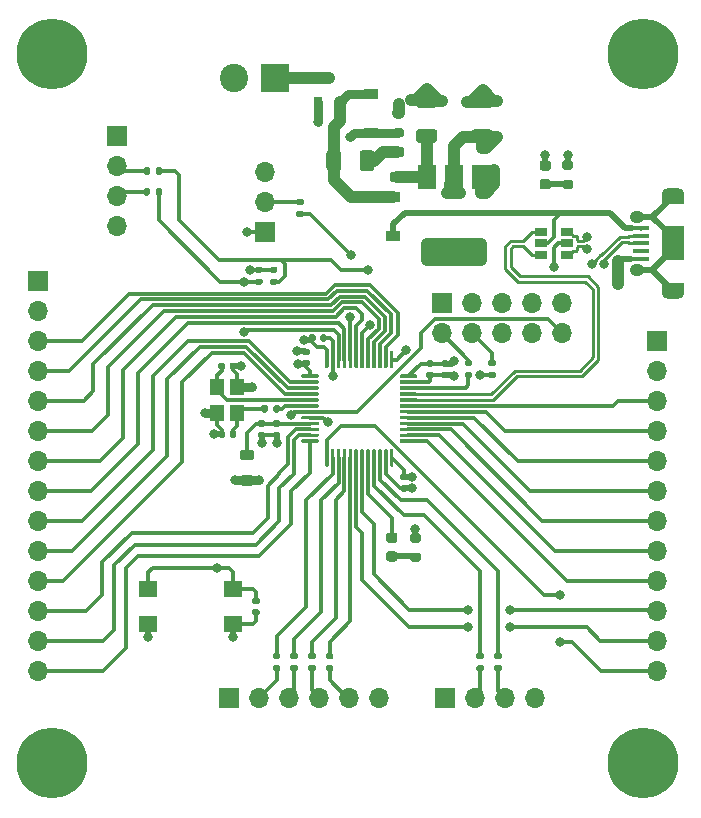
<source format=gbr>
%TF.GenerationSoftware,KiCad,Pcbnew,(5.1.9)-1*%
%TF.CreationDate,2021-01-20T19:31:44-08:00*%
%TF.ProjectId,STM32_BOB,53544d33-325f-4424-9f42-2e6b69636164,rev?*%
%TF.SameCoordinates,Original*%
%TF.FileFunction,Copper,L1,Top*%
%TF.FilePolarity,Positive*%
%FSLAX46Y46*%
G04 Gerber Fmt 4.6, Leading zero omitted, Abs format (unit mm)*
G04 Created by KiCad (PCBNEW (5.1.9)-1) date 2021-01-20 19:31:44*
%MOMM*%
%LPD*%
G01*
G04 APERTURE LIST*
%TA.AperFunction,ComponentPad*%
%ADD10O,1.700000X1.700000*%
%TD*%
%TA.AperFunction,ComponentPad*%
%ADD11R,1.700000X1.700000*%
%TD*%
%TA.AperFunction,SMDPad,CuDef*%
%ADD12R,1.200000X0.900000*%
%TD*%
%TA.AperFunction,ComponentPad*%
%ADD13C,0.800000*%
%TD*%
%TA.AperFunction,ComponentPad*%
%ADD14C,6.000000*%
%TD*%
%TA.AperFunction,SMDPad,CuDef*%
%ADD15R,1.200000X1.400000*%
%TD*%
%TA.AperFunction,ComponentPad*%
%ADD16R,2.400000X2.400000*%
%TD*%
%TA.AperFunction,ComponentPad*%
%ADD17C,2.400000*%
%TD*%
%TA.AperFunction,ComponentPad*%
%ADD18O,1.250000X1.050000*%
%TD*%
%TA.AperFunction,SMDPad,CuDef*%
%ADD19R,1.350000X0.400000*%
%TD*%
%TA.AperFunction,ComponentPad*%
%ADD20O,1.900000X1.000000*%
%TD*%
%TA.AperFunction,SMDPad,CuDef*%
%ADD21R,1.900000X2.900000*%
%TD*%
%TA.AperFunction,SMDPad,CuDef*%
%ADD22R,1.900000X0.875000*%
%TD*%
%TA.AperFunction,SMDPad,CuDef*%
%ADD23R,0.800000X0.900000*%
%TD*%
%TA.AperFunction,SMDPad,CuDef*%
%ADD24R,1.600000X1.400000*%
%TD*%
%TA.AperFunction,SMDPad,CuDef*%
%ADD25R,3.800000X2.000000*%
%TD*%
%TA.AperFunction,SMDPad,CuDef*%
%ADD26R,1.500000X2.000000*%
%TD*%
%TA.AperFunction,SMDPad,CuDef*%
%ADD27R,1.060000X0.650000*%
%TD*%
%TA.AperFunction,ViaPad*%
%ADD28C,0.800000*%
%TD*%
%TA.AperFunction,Conductor*%
%ADD29C,1.000000*%
%TD*%
%TA.AperFunction,Conductor*%
%ADD30C,0.300000*%
%TD*%
%TA.AperFunction,Conductor*%
%ADD31C,0.500000*%
%TD*%
%TA.AperFunction,Conductor*%
%ADD32C,0.750000*%
%TD*%
%TA.AperFunction,Conductor*%
%ADD33C,0.261112*%
%TD*%
G04 APERTURE END LIST*
%TO.P,C12,2*%
%TO.N,NRST*%
%TA.AperFunction,SMDPad,CuDef*%
G36*
G01*
X116420000Y-112550000D02*
X116080000Y-112550000D01*
G75*
G02*
X115940000Y-112410000I0J140000D01*
G01*
X115940000Y-112130000D01*
G75*
G02*
X116080000Y-111990000I140000J0D01*
G01*
X116420000Y-111990000D01*
G75*
G02*
X116560000Y-112130000I0J-140000D01*
G01*
X116560000Y-112410000D01*
G75*
G02*
X116420000Y-112550000I-140000J0D01*
G01*
G37*
%TD.AperFunction*%
%TO.P,C12,1*%
%TO.N,GND*%
%TA.AperFunction,SMDPad,CuDef*%
G36*
G01*
X116420000Y-113510000D02*
X116080000Y-113510000D01*
G75*
G02*
X115940000Y-113370000I0J140000D01*
G01*
X115940000Y-113090000D01*
G75*
G02*
X116080000Y-112950000I140000J0D01*
G01*
X116420000Y-112950000D01*
G75*
G02*
X116560000Y-113090000I0J-140000D01*
G01*
X116560000Y-113370000D01*
G75*
G02*
X116420000Y-113510000I-140000J0D01*
G01*
G37*
%TD.AperFunction*%
%TD*%
%TO.P,C11,2*%
%TO.N,Net-(C11-Pad2)*%
%TA.AperFunction,SMDPad,CuDef*%
G36*
G01*
X114040000Y-98320000D02*
X114040000Y-97980000D01*
G75*
G02*
X114180000Y-97840000I140000J0D01*
G01*
X114460000Y-97840000D01*
G75*
G02*
X114600000Y-97980000I0J-140000D01*
G01*
X114600000Y-98320000D01*
G75*
G02*
X114460000Y-98460000I-140000J0D01*
G01*
X114180000Y-98460000D01*
G75*
G02*
X114040000Y-98320000I0J140000D01*
G01*
G37*
%TD.AperFunction*%
%TO.P,C11,1*%
%TO.N,GND*%
%TA.AperFunction,SMDPad,CuDef*%
G36*
G01*
X113080000Y-98320000D02*
X113080000Y-97980000D01*
G75*
G02*
X113220000Y-97840000I140000J0D01*
G01*
X113500000Y-97840000D01*
G75*
G02*
X113640000Y-97980000I0J-140000D01*
G01*
X113640000Y-98320000D01*
G75*
G02*
X113500000Y-98460000I-140000J0D01*
G01*
X113220000Y-98460000D01*
G75*
G02*
X113080000Y-98320000I0J140000D01*
G01*
G37*
%TD.AperFunction*%
%TD*%
%TO.P,C10,2*%
%TO.N,OSC_IN*%
%TA.AperFunction,SMDPad,CuDef*%
G36*
G01*
X113640000Y-92230000D02*
X113640000Y-92570000D01*
G75*
G02*
X113500000Y-92710000I-140000J0D01*
G01*
X113220000Y-92710000D01*
G75*
G02*
X113080000Y-92570000I0J140000D01*
G01*
X113080000Y-92230000D01*
G75*
G02*
X113220000Y-92090000I140000J0D01*
G01*
X113500000Y-92090000D01*
G75*
G02*
X113640000Y-92230000I0J-140000D01*
G01*
G37*
%TD.AperFunction*%
%TO.P,C10,1*%
%TO.N,GND*%
%TA.AperFunction,SMDPad,CuDef*%
G36*
G01*
X114600000Y-92230000D02*
X114600000Y-92570000D01*
G75*
G02*
X114460000Y-92710000I-140000J0D01*
G01*
X114180000Y-92710000D01*
G75*
G02*
X114040000Y-92570000I0J140000D01*
G01*
X114040000Y-92230000D01*
G75*
G02*
X114180000Y-92090000I140000J0D01*
G01*
X114460000Y-92090000D01*
G75*
G02*
X114600000Y-92230000I0J-140000D01*
G01*
G37*
%TD.AperFunction*%
%TD*%
%TO.P,C9,2*%
%TO.N,+3.3VA*%
%TA.AperFunction,SMDPad,CuDef*%
G36*
G01*
X118170000Y-97530000D02*
X117830000Y-97530000D01*
G75*
G02*
X117690000Y-97390000I0J140000D01*
G01*
X117690000Y-97110000D01*
G75*
G02*
X117830000Y-96970000I140000J0D01*
G01*
X118170000Y-96970000D01*
G75*
G02*
X118310000Y-97110000I0J-140000D01*
G01*
X118310000Y-97390000D01*
G75*
G02*
X118170000Y-97530000I-140000J0D01*
G01*
G37*
%TD.AperFunction*%
%TO.P,C9,1*%
%TO.N,GND*%
%TA.AperFunction,SMDPad,CuDef*%
G36*
G01*
X118170000Y-98490000D02*
X117830000Y-98490000D01*
G75*
G02*
X117690000Y-98350000I0J140000D01*
G01*
X117690000Y-98070000D01*
G75*
G02*
X117830000Y-97930000I140000J0D01*
G01*
X118170000Y-97930000D01*
G75*
G02*
X118310000Y-98070000I0J-140000D01*
G01*
X118310000Y-98350000D01*
G75*
G02*
X118170000Y-98490000I-140000J0D01*
G01*
G37*
%TD.AperFunction*%
%TD*%
%TO.P,C8,2*%
%TO.N,+3.3VA*%
%TA.AperFunction,SMDPad,CuDef*%
G36*
G01*
X116910000Y-97540000D02*
X116570000Y-97540000D01*
G75*
G02*
X116430000Y-97400000I0J140000D01*
G01*
X116430000Y-97120000D01*
G75*
G02*
X116570000Y-96980000I140000J0D01*
G01*
X116910000Y-96980000D01*
G75*
G02*
X117050000Y-97120000I0J-140000D01*
G01*
X117050000Y-97400000D01*
G75*
G02*
X116910000Y-97540000I-140000J0D01*
G01*
G37*
%TD.AperFunction*%
%TO.P,C8,1*%
%TO.N,GND*%
%TA.AperFunction,SMDPad,CuDef*%
G36*
G01*
X116910000Y-98500000D02*
X116570000Y-98500000D01*
G75*
G02*
X116430000Y-98360000I0J140000D01*
G01*
X116430000Y-98080000D01*
G75*
G02*
X116570000Y-97940000I140000J0D01*
G01*
X116910000Y-97940000D01*
G75*
G02*
X117050000Y-98080000I0J-140000D01*
G01*
X117050000Y-98360000D01*
G75*
G02*
X116910000Y-98500000I-140000J0D01*
G01*
G37*
%TD.AperFunction*%
%TD*%
%TO.P,C7,2*%
%TO.N,+3V3*%
%TA.AperFunction,SMDPad,CuDef*%
G36*
G01*
X132420000Y-92450000D02*
X132080000Y-92450000D01*
G75*
G02*
X131940000Y-92310000I0J140000D01*
G01*
X131940000Y-92030000D01*
G75*
G02*
X132080000Y-91890000I140000J0D01*
G01*
X132420000Y-91890000D01*
G75*
G02*
X132560000Y-92030000I0J-140000D01*
G01*
X132560000Y-92310000D01*
G75*
G02*
X132420000Y-92450000I-140000J0D01*
G01*
G37*
%TD.AperFunction*%
%TO.P,C7,1*%
%TO.N,GND*%
%TA.AperFunction,SMDPad,CuDef*%
G36*
G01*
X132420000Y-93410000D02*
X132080000Y-93410000D01*
G75*
G02*
X131940000Y-93270000I0J140000D01*
G01*
X131940000Y-92990000D01*
G75*
G02*
X132080000Y-92850000I140000J0D01*
G01*
X132420000Y-92850000D01*
G75*
G02*
X132560000Y-92990000I0J-140000D01*
G01*
X132560000Y-93270000D01*
G75*
G02*
X132420000Y-93410000I-140000J0D01*
G01*
G37*
%TD.AperFunction*%
%TD*%
%TO.P,C6,2*%
%TO.N,+3V3*%
%TA.AperFunction,SMDPad,CuDef*%
G36*
G01*
X120330000Y-91860000D02*
X120670000Y-91860000D01*
G75*
G02*
X120810000Y-92000000I0J-140000D01*
G01*
X120810000Y-92280000D01*
G75*
G02*
X120670000Y-92420000I-140000J0D01*
G01*
X120330000Y-92420000D01*
G75*
G02*
X120190000Y-92280000I0J140000D01*
G01*
X120190000Y-92000000D01*
G75*
G02*
X120330000Y-91860000I140000J0D01*
G01*
G37*
%TD.AperFunction*%
%TO.P,C6,1*%
%TO.N,GND*%
%TA.AperFunction,SMDPad,CuDef*%
G36*
G01*
X120330000Y-90900000D02*
X120670000Y-90900000D01*
G75*
G02*
X120810000Y-91040000I0J-140000D01*
G01*
X120810000Y-91320000D01*
G75*
G02*
X120670000Y-91460000I-140000J0D01*
G01*
X120330000Y-91460000D01*
G75*
G02*
X120190000Y-91320000I0J140000D01*
G01*
X120190000Y-91040000D01*
G75*
G02*
X120330000Y-90900000I140000J0D01*
G01*
G37*
%TD.AperFunction*%
%TD*%
%TO.P,C5,2*%
%TO.N,+3V3*%
%TA.AperFunction,SMDPad,CuDef*%
G36*
G01*
X128970000Y-102050000D02*
X128630000Y-102050000D01*
G75*
G02*
X128490000Y-101910000I0J140000D01*
G01*
X128490000Y-101630000D01*
G75*
G02*
X128630000Y-101490000I140000J0D01*
G01*
X128970000Y-101490000D01*
G75*
G02*
X129110000Y-101630000I0J-140000D01*
G01*
X129110000Y-101910000D01*
G75*
G02*
X128970000Y-102050000I-140000J0D01*
G01*
G37*
%TD.AperFunction*%
%TO.P,C5,1*%
%TO.N,GND*%
%TA.AperFunction,SMDPad,CuDef*%
G36*
G01*
X128970000Y-103010000D02*
X128630000Y-103010000D01*
G75*
G02*
X128490000Y-102870000I0J140000D01*
G01*
X128490000Y-102590000D01*
G75*
G02*
X128630000Y-102450000I140000J0D01*
G01*
X128970000Y-102450000D01*
G75*
G02*
X129110000Y-102590000I0J-140000D01*
G01*
X129110000Y-102870000D01*
G75*
G02*
X128970000Y-103010000I-140000J0D01*
G01*
G37*
%TD.AperFunction*%
%TD*%
%TO.P,C4,2*%
%TO.N,+3V3*%
%TA.AperFunction,SMDPad,CuDef*%
G36*
G01*
X121300000Y-89830000D02*
X121300000Y-90170000D01*
G75*
G02*
X121160000Y-90310000I-140000J0D01*
G01*
X120880000Y-90310000D01*
G75*
G02*
X120740000Y-90170000I0J140000D01*
G01*
X120740000Y-89830000D01*
G75*
G02*
X120880000Y-89690000I140000J0D01*
G01*
X121160000Y-89690000D01*
G75*
G02*
X121300000Y-89830000I0J-140000D01*
G01*
G37*
%TD.AperFunction*%
%TO.P,C4,1*%
%TO.N,GND*%
%TA.AperFunction,SMDPad,CuDef*%
G36*
G01*
X122260000Y-89830000D02*
X122260000Y-90170000D01*
G75*
G02*
X122120000Y-90310000I-140000J0D01*
G01*
X121840000Y-90310000D01*
G75*
G02*
X121700000Y-90170000I0J140000D01*
G01*
X121700000Y-89830000D01*
G75*
G02*
X121840000Y-89690000I140000J0D01*
G01*
X122120000Y-89690000D01*
G75*
G02*
X122260000Y-89830000I0J-140000D01*
G01*
G37*
%TD.AperFunction*%
%TD*%
%TO.P,C3,2*%
%TO.N,+3V3*%
%TA.AperFunction,SMDPad,CuDef*%
G36*
G01*
X131170000Y-92450000D02*
X130830000Y-92450000D01*
G75*
G02*
X130690000Y-92310000I0J140000D01*
G01*
X130690000Y-92030000D01*
G75*
G02*
X130830000Y-91890000I140000J0D01*
G01*
X131170000Y-91890000D01*
G75*
G02*
X131310000Y-92030000I0J-140000D01*
G01*
X131310000Y-92310000D01*
G75*
G02*
X131170000Y-92450000I-140000J0D01*
G01*
G37*
%TD.AperFunction*%
%TO.P,C3,1*%
%TO.N,GND*%
%TA.AperFunction,SMDPad,CuDef*%
G36*
G01*
X131170000Y-93410000D02*
X130830000Y-93410000D01*
G75*
G02*
X130690000Y-93270000I0J140000D01*
G01*
X130690000Y-92990000D01*
G75*
G02*
X130830000Y-92850000I140000J0D01*
G01*
X131170000Y-92850000D01*
G75*
G02*
X131310000Y-92990000I0J-140000D01*
G01*
X131310000Y-93270000D01*
G75*
G02*
X131170000Y-93410000I-140000J0D01*
G01*
G37*
%TD.AperFunction*%
%TD*%
D10*
%TO.P,J3,10*%
%TO.N,NRST*%
X142160000Y-89590000D03*
%TO.P,J3,9*%
%TO.N,GND*%
X142160000Y-87050000D03*
%TO.P,J3,8*%
%TO.N,Net-(J3-Pad8)*%
X139620000Y-89590000D03*
%TO.P,J3,7*%
%TO.N,Net-(J3-Pad7)*%
X139620000Y-87050000D03*
%TO.P,J3,6*%
%TO.N,Net-(J3-Pad6)*%
X137080000Y-89590000D03*
%TO.P,J3,5*%
%TO.N,GND*%
X137080000Y-87050000D03*
%TO.P,J3,4*%
%TO.N,Net-(J3-Pad4)*%
X134540000Y-89590000D03*
%TO.P,J3,3*%
%TO.N,GND*%
X134540000Y-87050000D03*
%TO.P,J3,2*%
%TO.N,Net-(J3-Pad2)*%
X132000000Y-89590000D03*
D11*
%TO.P,J3,1*%
%TO.N,+3V3*%
X132000000Y-87050000D03*
%TD*%
D12*
%TO.P,D1,2*%
%TO.N,Net-(D1-Pad2)*%
X126000000Y-72650000D03*
%TO.P,D1,1*%
%TO.N,Net-(D1-Pad1)*%
X126000000Y-69350000D03*
%TD*%
D13*
%TO.P,H4,1*%
%TO.N,GND*%
X150590990Y-124409010D03*
X149000000Y-123750000D03*
X147409010Y-124409010D03*
X146750000Y-126000000D03*
X147409010Y-127590990D03*
X149000000Y-128250000D03*
X150590990Y-127590990D03*
X151250000Y-126000000D03*
D14*
X149000000Y-126000000D03*
%TD*%
D13*
%TO.P,H3,1*%
%TO.N,GND*%
X100590990Y-124409010D03*
X99000000Y-123750000D03*
X97409010Y-124409010D03*
X96750000Y-126000000D03*
X97409010Y-127590990D03*
X99000000Y-128250000D03*
X100590990Y-127590990D03*
X101250000Y-126000000D03*
D14*
X99000000Y-126000000D03*
%TD*%
D13*
%TO.P,H2,1*%
%TO.N,GND*%
X150590990Y-64409010D03*
X149000000Y-63750000D03*
X147409010Y-64409010D03*
X146750000Y-66000000D03*
X147409010Y-67590990D03*
X149000000Y-68250000D03*
X150590990Y-67590990D03*
X151250000Y-66000000D03*
D14*
X149000000Y-66000000D03*
%TD*%
D13*
%TO.P,H1,1*%
%TO.N,GND*%
X100590990Y-64409010D03*
X99000000Y-63750000D03*
X97409010Y-64409010D03*
X96750000Y-66000000D03*
X97409010Y-67590990D03*
X99000000Y-68250000D03*
X100590990Y-67590990D03*
X101250000Y-66000000D03*
D14*
X99000000Y-66000000D03*
%TD*%
D10*
%TO.P,J8,14*%
%TO.N,PA2*%
X97800000Y-118200000D03*
%TO.P,J8,13*%
%TO.N,PA1*%
X97800000Y-115660000D03*
%TO.P,J8,12*%
%TO.N,PA0*%
X97800000Y-113120000D03*
%TO.P,J8,11*%
%TO.N,PC15*%
X97800000Y-110580000D03*
%TO.P,J8,10*%
%TO.N,PC14*%
X97800000Y-108040000D03*
%TO.P,J8,9*%
%TO.N,PC13*%
X97800000Y-105500000D03*
%TO.P,J8,8*%
%TO.N,PB8*%
X97800000Y-102960000D03*
%TO.P,J8,7*%
%TO.N,PB7*%
X97800000Y-100420000D03*
%TO.P,J8,6*%
%TO.N,PB5*%
X97800000Y-97880000D03*
%TO.P,J8,5*%
%TO.N,PB4*%
X97800000Y-95340000D03*
%TO.P,J8,4*%
%TO.N,PB3*%
X97800000Y-92800000D03*
%TO.P,J8,3*%
%TO.N,PA15*%
X97800000Y-90260000D03*
%TO.P,J8,2*%
%TO.N,GND*%
X97800000Y-87720000D03*
D11*
%TO.P,J8,1*%
%TO.N,+3V3*%
X97800000Y-85180000D03*
%TD*%
D10*
%TO.P,J7,12*%
%TO.N,PA3*%
X150200000Y-118200000D03*
%TO.P,J7,11*%
%TO.N,PB0*%
X150200000Y-115660000D03*
%TO.P,J7,10*%
%TO.N,PB1*%
X150200000Y-113120000D03*
%TO.P,J7,9*%
%TO.N,PB12*%
X150200000Y-110580000D03*
%TO.P,J7,8*%
%TO.N,PB13*%
X150200000Y-108040000D03*
%TO.P,J7,7*%
%TO.N,PB14*%
X150200000Y-105500000D03*
%TO.P,J7,6*%
%TO.N,PB15*%
X150200000Y-102960000D03*
%TO.P,J7,5*%
%TO.N,PA8*%
X150200000Y-100420000D03*
%TO.P,J7,4*%
%TO.N,PA9*%
X150200000Y-97880000D03*
%TO.P,J7,3*%
%TO.N,PA10*%
X150200000Y-95340000D03*
%TO.P,J7,2*%
%TO.N,GND*%
X150200000Y-92800000D03*
D11*
%TO.P,J7,1*%
%TO.N,+3V3*%
X150200000Y-90260000D03*
%TD*%
%TO.P,C1,2*%
%TO.N,Net-(C1-Pad2)*%
%TA.AperFunction,SMDPad,CuDef*%
G36*
G01*
X130049999Y-72325000D02*
X131350001Y-72325000D01*
G75*
G02*
X131600000Y-72574999I0J-249999D01*
G01*
X131600000Y-73225001D01*
G75*
G02*
X131350001Y-73475000I-249999J0D01*
G01*
X130049999Y-73475000D01*
G75*
G02*
X129800000Y-73225001I0J249999D01*
G01*
X129800000Y-72574999D01*
G75*
G02*
X130049999Y-72325000I249999J0D01*
G01*
G37*
%TD.AperFunction*%
%TO.P,C1,1*%
%TO.N,GND*%
%TA.AperFunction,SMDPad,CuDef*%
G36*
G01*
X130049999Y-69375000D02*
X131350001Y-69375000D01*
G75*
G02*
X131600000Y-69624999I0J-249999D01*
G01*
X131600000Y-70275001D01*
G75*
G02*
X131350001Y-70525000I-249999J0D01*
G01*
X130049999Y-70525000D01*
G75*
G02*
X129800000Y-70275001I0J249999D01*
G01*
X129800000Y-69624999D01*
G75*
G02*
X130049999Y-69375000I249999J0D01*
G01*
G37*
%TD.AperFunction*%
%TD*%
%TO.P,C2,1*%
%TO.N,GND*%
%TA.AperFunction,SMDPad,CuDef*%
G36*
G01*
X134749999Y-69400000D02*
X136050001Y-69400000D01*
G75*
G02*
X136300000Y-69649999I0J-249999D01*
G01*
X136300000Y-70300001D01*
G75*
G02*
X136050001Y-70550000I-249999J0D01*
G01*
X134749999Y-70550000D01*
G75*
G02*
X134500000Y-70300001I0J249999D01*
G01*
X134500000Y-69649999D01*
G75*
G02*
X134749999Y-69400000I249999J0D01*
G01*
G37*
%TD.AperFunction*%
%TO.P,C2,2*%
%TO.N,+3V3*%
%TA.AperFunction,SMDPad,CuDef*%
G36*
G01*
X134749999Y-72350000D02*
X136050001Y-72350000D01*
G75*
G02*
X136300000Y-72599999I0J-249999D01*
G01*
X136300000Y-73250001D01*
G75*
G02*
X136050001Y-73500000I-249999J0D01*
G01*
X134749999Y-73500000D01*
G75*
G02*
X134500000Y-73250001I0J249999D01*
G01*
X134500000Y-72599999D01*
G75*
G02*
X134749999Y-72350000I249999J0D01*
G01*
G37*
%TD.AperFunction*%
%TD*%
D12*
%TO.P,D2,1*%
%TO.N,Net-(D1-Pad1)*%
X127900000Y-78050000D03*
%TO.P,D2,2*%
%TO.N,VCC*%
X127900000Y-81350000D03*
%TD*%
%TO.P,D3,1*%
%TO.N,Net-(D3-Pad1)*%
%TA.AperFunction,SMDPad,CuDef*%
G36*
G01*
X141006250Y-77425000D02*
X140493750Y-77425000D01*
G75*
G02*
X140275000Y-77206250I0J218750D01*
G01*
X140275000Y-76768750D01*
G75*
G02*
X140493750Y-76550000I218750J0D01*
G01*
X141006250Y-76550000D01*
G75*
G02*
X141225000Y-76768750I0J-218750D01*
G01*
X141225000Y-77206250D01*
G75*
G02*
X141006250Y-77425000I-218750J0D01*
G01*
G37*
%TD.AperFunction*%
%TO.P,D3,2*%
%TO.N,+3V3*%
%TA.AperFunction,SMDPad,CuDef*%
G36*
G01*
X141006250Y-75850000D02*
X140493750Y-75850000D01*
G75*
G02*
X140275000Y-75631250I0J218750D01*
G01*
X140275000Y-75193750D01*
G75*
G02*
X140493750Y-74975000I218750J0D01*
G01*
X141006250Y-74975000D01*
G75*
G02*
X141225000Y-75193750I0J-218750D01*
G01*
X141225000Y-75631250D01*
G75*
G02*
X141006250Y-75850000I-218750J0D01*
G01*
G37*
%TD.AperFunction*%
%TD*%
%TO.P,D4,2*%
%TO.N,BLU_LED*%
%TA.AperFunction,SMDPad,CuDef*%
G36*
G01*
X128006250Y-107362500D02*
X127493750Y-107362500D01*
G75*
G02*
X127275000Y-107143750I0J218750D01*
G01*
X127275000Y-106706250D01*
G75*
G02*
X127493750Y-106487500I218750J0D01*
G01*
X128006250Y-106487500D01*
G75*
G02*
X128225000Y-106706250I0J-218750D01*
G01*
X128225000Y-107143750D01*
G75*
G02*
X128006250Y-107362500I-218750J0D01*
G01*
G37*
%TD.AperFunction*%
%TO.P,D4,1*%
%TO.N,Net-(D4-Pad1)*%
%TA.AperFunction,SMDPad,CuDef*%
G36*
G01*
X128006250Y-108937500D02*
X127493750Y-108937500D01*
G75*
G02*
X127275000Y-108718750I0J218750D01*
G01*
X127275000Y-108281250D01*
G75*
G02*
X127493750Y-108062500I218750J0D01*
G01*
X128006250Y-108062500D01*
G75*
G02*
X128225000Y-108281250I0J-218750D01*
G01*
X128225000Y-108718750D01*
G75*
G02*
X128006250Y-108937500I-218750J0D01*
G01*
G37*
%TD.AperFunction*%
%TD*%
%TO.P,F1,1*%
%TO.N,Net-(F1-Pad1)*%
%TA.AperFunction,SMDPad,CuDef*%
G36*
G01*
X126275000Y-74375000D02*
X126275000Y-75625000D01*
G75*
G02*
X126025000Y-75875000I-250000J0D01*
G01*
X125275000Y-75875000D01*
G75*
G02*
X125025000Y-75625000I0J250000D01*
G01*
X125025000Y-74375000D01*
G75*
G02*
X125275000Y-74125000I250000J0D01*
G01*
X126025000Y-74125000D01*
G75*
G02*
X126275000Y-74375000I0J-250000D01*
G01*
G37*
%TD.AperFunction*%
%TO.P,F1,2*%
%TO.N,Net-(D1-Pad1)*%
%TA.AperFunction,SMDPad,CuDef*%
G36*
G01*
X123475000Y-74375000D02*
X123475000Y-75625000D01*
G75*
G02*
X123225000Y-75875000I-250000J0D01*
G01*
X122475000Y-75875000D01*
G75*
G02*
X122225000Y-75625000I0J250000D01*
G01*
X122225000Y-74375000D01*
G75*
G02*
X122475000Y-74125000I250000J0D01*
G01*
X123225000Y-74125000D01*
G75*
G02*
X123475000Y-74375000I0J-250000D01*
G01*
G37*
%TD.AperFunction*%
%TD*%
%TO.P,FB1,1*%
%TO.N,Net-(C1-Pad2)*%
%TA.AperFunction,SMDPad,CuDef*%
G36*
G01*
X128581250Y-76837500D02*
X127818750Y-76837500D01*
G75*
G02*
X127600000Y-76618750I0J218750D01*
G01*
X127600000Y-76181250D01*
G75*
G02*
X127818750Y-75962500I218750J0D01*
G01*
X128581250Y-75962500D01*
G75*
G02*
X128800000Y-76181250I0J-218750D01*
G01*
X128800000Y-76618750D01*
G75*
G02*
X128581250Y-76837500I-218750J0D01*
G01*
G37*
%TD.AperFunction*%
%TO.P,FB1,2*%
%TO.N,Net-(F1-Pad1)*%
%TA.AperFunction,SMDPad,CuDef*%
G36*
G01*
X128581250Y-74712500D02*
X127818750Y-74712500D01*
G75*
G02*
X127600000Y-74493750I0J218750D01*
G01*
X127600000Y-74056250D01*
G75*
G02*
X127818750Y-73837500I218750J0D01*
G01*
X128581250Y-73837500D01*
G75*
G02*
X128800000Y-74056250I0J-218750D01*
G01*
X128800000Y-74493750D01*
G75*
G02*
X128581250Y-74712500I-218750J0D01*
G01*
G37*
%TD.AperFunction*%
%TD*%
%TO.P,FB2,2*%
%TO.N,+3V3*%
%TA.AperFunction,SMDPad,CuDef*%
G36*
G01*
X115118750Y-101625000D02*
X115881250Y-101625000D01*
G75*
G02*
X116100000Y-101843750I0J-218750D01*
G01*
X116100000Y-102281250D01*
G75*
G02*
X115881250Y-102500000I-218750J0D01*
G01*
X115118750Y-102500000D01*
G75*
G02*
X114900000Y-102281250I0J218750D01*
G01*
X114900000Y-101843750D01*
G75*
G02*
X115118750Y-101625000I218750J0D01*
G01*
G37*
%TD.AperFunction*%
%TO.P,FB2,1*%
%TO.N,+3.3VA*%
%TA.AperFunction,SMDPad,CuDef*%
G36*
G01*
X115118750Y-99500000D02*
X115881250Y-99500000D01*
G75*
G02*
X116100000Y-99718750I0J-218750D01*
G01*
X116100000Y-100156250D01*
G75*
G02*
X115881250Y-100375000I-218750J0D01*
G01*
X115118750Y-100375000D01*
G75*
G02*
X114900000Y-100156250I0J218750D01*
G01*
X114900000Y-99718750D01*
G75*
G02*
X115118750Y-99500000I218750J0D01*
G01*
G37*
%TD.AperFunction*%
%TD*%
D15*
%TO.P,HSE1,1*%
%TO.N,OSC_IN*%
X112990000Y-94200000D03*
%TO.P,HSE1,2*%
%TO.N,GND*%
X112990000Y-96400000D03*
%TO.P,HSE1,3*%
%TO.N,Net-(C11-Pad2)*%
X114690000Y-96400000D03*
%TO.P,HSE1,4*%
%TO.N,GND*%
X114690000Y-94200000D03*
%TD*%
D16*
%TO.P,J1,1*%
%TO.N,+9V*%
X117900000Y-68000000D03*
D17*
%TO.P,J1,2*%
%TO.N,GND*%
X114400000Y-68000000D03*
%TD*%
D18*
%TO.P,J2,6*%
%TO.N,Net-(J2-Pad6)*%
X148550000Y-84225000D03*
D19*
%TO.P,J2,5*%
%TO.N,GND*%
X148875000Y-83300000D03*
%TO.P,J2,4*%
%TO.N,Net-(J2-Pad4)*%
X148875000Y-82650000D03*
%TO.P,J2,3*%
%TO.N,PORT_USB_D+*%
X148875000Y-82000000D03*
%TO.P,J2,1*%
%TO.N,VCC*%
X148875000Y-80700000D03*
D18*
%TO.P,J2,6*%
%TO.N,Net-(J2-Pad6)*%
X148550000Y-79775000D03*
D20*
X151550000Y-86175000D03*
X151550000Y-77825000D03*
D19*
%TO.P,J2,2*%
%TO.N,PORT_USB_D-*%
X148875000Y-81350000D03*
D21*
%TO.P,J2,6*%
%TO.N,Net-(J2-Pad6)*%
X151550000Y-82000000D03*
D22*
X151550000Y-78262500D03*
X151550000Y-85737500D03*
%TD*%
D11*
%TO.P,J4,1*%
%TO.N,+3V3*%
X114000000Y-120450000D03*
D10*
%TO.P,J4,2*%
%TO.N,Net-(J4-Pad2)*%
X116540000Y-120450000D03*
%TO.P,J4,3*%
%TO.N,Net-(J4-Pad3)*%
X119080000Y-120450000D03*
%TO.P,J4,4*%
%TO.N,Net-(J4-Pad4)*%
X121620000Y-120450000D03*
%TO.P,J4,5*%
%TO.N,Net-(J4-Pad5)*%
X124160000Y-120450000D03*
%TO.P,J4,6*%
%TO.N,GND*%
X126700000Y-120450000D03*
%TD*%
%TO.P,J5,4*%
%TO.N,GND*%
X104530000Y-80500000D03*
%TO.P,J5,3*%
%TO.N,Net-(J5-Pad3)*%
X104530000Y-77960000D03*
%TO.P,J5,2*%
%TO.N,Net-(J5-Pad2)*%
X104530000Y-75420000D03*
D11*
%TO.P,J5,1*%
%TO.N,+3V3*%
X104530000Y-72880000D03*
%TD*%
%TO.P,J6,1*%
%TO.N,+3V3*%
X132250000Y-120450000D03*
D10*
%TO.P,J6,2*%
%TO.N,Net-(J6-Pad2)*%
X134790000Y-120450000D03*
%TO.P,J6,3*%
%TO.N,Net-(J6-Pad3)*%
X137330000Y-120450000D03*
%TO.P,J6,4*%
%TO.N,GND*%
X139870000Y-120450000D03*
%TD*%
D11*
%TO.P,JP1,1*%
%TO.N,GND*%
X117000000Y-81000000D03*
D10*
%TO.P,JP1,2*%
%TO.N,Net-(JP1-Pad2)*%
X117000000Y-78460000D03*
%TO.P,JP1,3*%
%TO.N,+3V3*%
X117000000Y-75920000D03*
%TD*%
D23*
%TO.P,Q1,1*%
%TO.N,Net-(D1-Pad2)*%
X121500000Y-70000000D03*
%TO.P,Q1,2*%
%TO.N,Net-(D1-Pad1)*%
X123400000Y-70000000D03*
%TO.P,Q1,3*%
%TO.N,+9V*%
X122450000Y-68000000D03*
%TD*%
%TO.P,R1,1*%
%TO.N,Net-(D1-Pad2)*%
%TA.AperFunction,SMDPad,CuDef*%
G36*
G01*
X128600000Y-73025000D02*
X128050000Y-73025000D01*
G75*
G02*
X127850000Y-72825000I0J200000D01*
G01*
X127850000Y-72425000D01*
G75*
G02*
X128050000Y-72225000I200000J0D01*
G01*
X128600000Y-72225000D01*
G75*
G02*
X128800000Y-72425000I0J-200000D01*
G01*
X128800000Y-72825000D01*
G75*
G02*
X128600000Y-73025000I-200000J0D01*
G01*
G37*
%TD.AperFunction*%
%TO.P,R1,2*%
%TO.N,GND*%
%TA.AperFunction,SMDPad,CuDef*%
G36*
G01*
X128600000Y-71375000D02*
X128050000Y-71375000D01*
G75*
G02*
X127850000Y-71175000I0J200000D01*
G01*
X127850000Y-70775000D01*
G75*
G02*
X128050000Y-70575000I200000J0D01*
G01*
X128600000Y-70575000D01*
G75*
G02*
X128800000Y-70775000I0J-200000D01*
G01*
X128800000Y-71175000D01*
G75*
G02*
X128600000Y-71375000I-200000J0D01*
G01*
G37*
%TD.AperFunction*%
%TD*%
%TO.P,R2,2*%
%TO.N,GND*%
%TA.AperFunction,SMDPad,CuDef*%
G36*
G01*
X142925000Y-75775000D02*
X142375000Y-75775000D01*
G75*
G02*
X142175000Y-75575000I0J200000D01*
G01*
X142175000Y-75175000D01*
G75*
G02*
X142375000Y-74975000I200000J0D01*
G01*
X142925000Y-74975000D01*
G75*
G02*
X143125000Y-75175000I0J-200000D01*
G01*
X143125000Y-75575000D01*
G75*
G02*
X142925000Y-75775000I-200000J0D01*
G01*
G37*
%TD.AperFunction*%
%TO.P,R2,1*%
%TO.N,Net-(D3-Pad1)*%
%TA.AperFunction,SMDPad,CuDef*%
G36*
G01*
X142925000Y-77425000D02*
X142375000Y-77425000D01*
G75*
G02*
X142175000Y-77225000I0J200000D01*
G01*
X142175000Y-76825000D01*
G75*
G02*
X142375000Y-76625000I200000J0D01*
G01*
X142925000Y-76625000D01*
G75*
G02*
X143125000Y-76825000I0J-200000D01*
G01*
X143125000Y-77225000D01*
G75*
G02*
X142925000Y-77425000I-200000J0D01*
G01*
G37*
%TD.AperFunction*%
%TD*%
%TO.P,R3,2*%
%TO.N,Net-(C11-Pad2)*%
%TA.AperFunction,SMDPad,CuDef*%
G36*
G01*
X117260000Y-95815000D02*
X117260000Y-96185000D01*
G75*
G02*
X117125000Y-96320000I-135000J0D01*
G01*
X116855000Y-96320000D01*
G75*
G02*
X116720000Y-96185000I0J135000D01*
G01*
X116720000Y-95815000D01*
G75*
G02*
X116855000Y-95680000I135000J0D01*
G01*
X117125000Y-95680000D01*
G75*
G02*
X117260000Y-95815000I0J-135000D01*
G01*
G37*
%TD.AperFunction*%
%TO.P,R3,1*%
%TO.N,OSC_OUT*%
%TA.AperFunction,SMDPad,CuDef*%
G36*
G01*
X118280000Y-95815000D02*
X118280000Y-96185000D01*
G75*
G02*
X118145000Y-96320000I-135000J0D01*
G01*
X117875000Y-96320000D01*
G75*
G02*
X117740000Y-96185000I0J135000D01*
G01*
X117740000Y-95815000D01*
G75*
G02*
X117875000Y-95680000I135000J0D01*
G01*
X118145000Y-95680000D01*
G75*
G02*
X118280000Y-95815000I0J-135000D01*
G01*
G37*
%TD.AperFunction*%
%TD*%
%TO.P,R4,2*%
%TO.N,Net-(JP1-Pad2)*%
%TA.AperFunction,SMDPad,CuDef*%
G36*
G01*
X120185000Y-78760000D02*
X119815000Y-78760000D01*
G75*
G02*
X119680000Y-78625000I0J135000D01*
G01*
X119680000Y-78355000D01*
G75*
G02*
X119815000Y-78220000I135000J0D01*
G01*
X120185000Y-78220000D01*
G75*
G02*
X120320000Y-78355000I0J-135000D01*
G01*
X120320000Y-78625000D01*
G75*
G02*
X120185000Y-78760000I-135000J0D01*
G01*
G37*
%TD.AperFunction*%
%TO.P,R4,1*%
%TO.N,BOOT0*%
%TA.AperFunction,SMDPad,CuDef*%
G36*
G01*
X120185000Y-79780000D02*
X119815000Y-79780000D01*
G75*
G02*
X119680000Y-79645000I0J135000D01*
G01*
X119680000Y-79375000D01*
G75*
G02*
X119815000Y-79240000I135000J0D01*
G01*
X120185000Y-79240000D01*
G75*
G02*
X120320000Y-79375000I0J-135000D01*
G01*
X120320000Y-79645000D01*
G75*
G02*
X120185000Y-79780000I-135000J0D01*
G01*
G37*
%TD.AperFunction*%
%TD*%
%TO.P,R5,1*%
%TO.N,Net-(D4-Pad1)*%
%TA.AperFunction,SMDPad,CuDef*%
G36*
G01*
X130025000Y-108975000D02*
X129475000Y-108975000D01*
G75*
G02*
X129275000Y-108775000I0J200000D01*
G01*
X129275000Y-108375000D01*
G75*
G02*
X129475000Y-108175000I200000J0D01*
G01*
X130025000Y-108175000D01*
G75*
G02*
X130225000Y-108375000I0J-200000D01*
G01*
X130225000Y-108775000D01*
G75*
G02*
X130025000Y-108975000I-200000J0D01*
G01*
G37*
%TD.AperFunction*%
%TO.P,R5,2*%
%TO.N,GND*%
%TA.AperFunction,SMDPad,CuDef*%
G36*
G01*
X130025000Y-107325000D02*
X129475000Y-107325000D01*
G75*
G02*
X129275000Y-107125000I0J200000D01*
G01*
X129275000Y-106725000D01*
G75*
G02*
X129475000Y-106525000I200000J0D01*
G01*
X130025000Y-106525000D01*
G75*
G02*
X130225000Y-106725000I0J-200000D01*
G01*
X130225000Y-107125000D01*
G75*
G02*
X130025000Y-107325000I-200000J0D01*
G01*
G37*
%TD.AperFunction*%
%TD*%
%TO.P,R6,1*%
%TO.N,I2C_SCL*%
%TA.AperFunction,SMDPad,CuDef*%
G36*
G01*
X117935000Y-85530000D02*
X117565000Y-85530000D01*
G75*
G02*
X117430000Y-85395000I0J135000D01*
G01*
X117430000Y-85125000D01*
G75*
G02*
X117565000Y-84990000I135000J0D01*
G01*
X117935000Y-84990000D01*
G75*
G02*
X118070000Y-85125000I0J-135000D01*
G01*
X118070000Y-85395000D01*
G75*
G02*
X117935000Y-85530000I-135000J0D01*
G01*
G37*
%TD.AperFunction*%
%TO.P,R6,2*%
%TO.N,+3V3*%
%TA.AperFunction,SMDPad,CuDef*%
G36*
G01*
X117935000Y-84510000D02*
X117565000Y-84510000D01*
G75*
G02*
X117430000Y-84375000I0J135000D01*
G01*
X117430000Y-84105000D01*
G75*
G02*
X117565000Y-83970000I135000J0D01*
G01*
X117935000Y-83970000D01*
G75*
G02*
X118070000Y-84105000I0J-135000D01*
G01*
X118070000Y-84375000D01*
G75*
G02*
X117935000Y-84510000I-135000J0D01*
G01*
G37*
%TD.AperFunction*%
%TD*%
%TO.P,R7,2*%
%TO.N,+3V3*%
%TA.AperFunction,SMDPad,CuDef*%
G36*
G01*
X116685000Y-84500000D02*
X116315000Y-84500000D01*
G75*
G02*
X116180000Y-84365000I0J135000D01*
G01*
X116180000Y-84095000D01*
G75*
G02*
X116315000Y-83960000I135000J0D01*
G01*
X116685000Y-83960000D01*
G75*
G02*
X116820000Y-84095000I0J-135000D01*
G01*
X116820000Y-84365000D01*
G75*
G02*
X116685000Y-84500000I-135000J0D01*
G01*
G37*
%TD.AperFunction*%
%TO.P,R7,1*%
%TO.N,I2C_SDA*%
%TA.AperFunction,SMDPad,CuDef*%
G36*
G01*
X116685000Y-85520000D02*
X116315000Y-85520000D01*
G75*
G02*
X116180000Y-85385000I0J135000D01*
G01*
X116180000Y-85115000D01*
G75*
G02*
X116315000Y-84980000I135000J0D01*
G01*
X116685000Y-84980000D01*
G75*
G02*
X116820000Y-85115000I0J-135000D01*
G01*
X116820000Y-85385000D01*
G75*
G02*
X116685000Y-85520000I-135000J0D01*
G01*
G37*
%TD.AperFunction*%
%TD*%
%TO.P,R8,2*%
%TO.N,Net-(J3-Pad2)*%
%TA.AperFunction,SMDPad,CuDef*%
G36*
G01*
X134435000Y-92400000D02*
X134065000Y-92400000D01*
G75*
G02*
X133930000Y-92265000I0J135000D01*
G01*
X133930000Y-91995000D01*
G75*
G02*
X134065000Y-91860000I135000J0D01*
G01*
X134435000Y-91860000D01*
G75*
G02*
X134570000Y-91995000I0J-135000D01*
G01*
X134570000Y-92265000D01*
G75*
G02*
X134435000Y-92400000I-135000J0D01*
G01*
G37*
%TD.AperFunction*%
%TO.P,R8,1*%
%TO.N,SWDIO*%
%TA.AperFunction,SMDPad,CuDef*%
G36*
G01*
X134435000Y-93420000D02*
X134065000Y-93420000D01*
G75*
G02*
X133930000Y-93285000I0J135000D01*
G01*
X133930000Y-93015000D01*
G75*
G02*
X134065000Y-92880000I135000J0D01*
G01*
X134435000Y-92880000D01*
G75*
G02*
X134570000Y-93015000I0J-135000D01*
G01*
X134570000Y-93285000D01*
G75*
G02*
X134435000Y-93420000I-135000J0D01*
G01*
G37*
%TD.AperFunction*%
%TD*%
%TO.P,R9,1*%
%TO.N,SWCLK*%
%TA.AperFunction,SMDPad,CuDef*%
G36*
G01*
X136425000Y-93420000D02*
X136055000Y-93420000D01*
G75*
G02*
X135920000Y-93285000I0J135000D01*
G01*
X135920000Y-93015000D01*
G75*
G02*
X136055000Y-92880000I135000J0D01*
G01*
X136425000Y-92880000D01*
G75*
G02*
X136560000Y-93015000I0J-135000D01*
G01*
X136560000Y-93285000D01*
G75*
G02*
X136425000Y-93420000I-135000J0D01*
G01*
G37*
%TD.AperFunction*%
%TO.P,R9,2*%
%TO.N,Net-(J3-Pad4)*%
%TA.AperFunction,SMDPad,CuDef*%
G36*
G01*
X136425000Y-92400000D02*
X136055000Y-92400000D01*
G75*
G02*
X135920000Y-92265000I0J135000D01*
G01*
X135920000Y-91995000D01*
G75*
G02*
X136055000Y-91860000I135000J0D01*
G01*
X136425000Y-91860000D01*
G75*
G02*
X136560000Y-91995000I0J-135000D01*
G01*
X136560000Y-92265000D01*
G75*
G02*
X136425000Y-92400000I-135000J0D01*
G01*
G37*
%TD.AperFunction*%
%TD*%
%TO.P,R10,1*%
%TO.N,Net-(J4-Pad2)*%
%TA.AperFunction,SMDPad,CuDef*%
G36*
G01*
X118185000Y-118230000D02*
X117815000Y-118230000D01*
G75*
G02*
X117680000Y-118095000I0J135000D01*
G01*
X117680000Y-117825000D01*
G75*
G02*
X117815000Y-117690000I135000J0D01*
G01*
X118185000Y-117690000D01*
G75*
G02*
X118320000Y-117825000I0J-135000D01*
G01*
X118320000Y-118095000D01*
G75*
G02*
X118185000Y-118230000I-135000J0D01*
G01*
G37*
%TD.AperFunction*%
%TO.P,R10,2*%
%TO.N,SPI1_NSS*%
%TA.AperFunction,SMDPad,CuDef*%
G36*
G01*
X118185000Y-117210000D02*
X117815000Y-117210000D01*
G75*
G02*
X117680000Y-117075000I0J135000D01*
G01*
X117680000Y-116805000D01*
G75*
G02*
X117815000Y-116670000I135000J0D01*
G01*
X118185000Y-116670000D01*
G75*
G02*
X118320000Y-116805000I0J-135000D01*
G01*
X118320000Y-117075000D01*
G75*
G02*
X118185000Y-117210000I-135000J0D01*
G01*
G37*
%TD.AperFunction*%
%TD*%
%TO.P,R11,2*%
%TO.N,SPI1_SCK*%
%TA.AperFunction,SMDPad,CuDef*%
G36*
G01*
X119685000Y-117210000D02*
X119315000Y-117210000D01*
G75*
G02*
X119180000Y-117075000I0J135000D01*
G01*
X119180000Y-116805000D01*
G75*
G02*
X119315000Y-116670000I135000J0D01*
G01*
X119685000Y-116670000D01*
G75*
G02*
X119820000Y-116805000I0J-135000D01*
G01*
X119820000Y-117075000D01*
G75*
G02*
X119685000Y-117210000I-135000J0D01*
G01*
G37*
%TD.AperFunction*%
%TO.P,R11,1*%
%TO.N,Net-(J4-Pad3)*%
%TA.AperFunction,SMDPad,CuDef*%
G36*
G01*
X119685000Y-118230000D02*
X119315000Y-118230000D01*
G75*
G02*
X119180000Y-118095000I0J135000D01*
G01*
X119180000Y-117825000D01*
G75*
G02*
X119315000Y-117690000I135000J0D01*
G01*
X119685000Y-117690000D01*
G75*
G02*
X119820000Y-117825000I0J-135000D01*
G01*
X119820000Y-118095000D01*
G75*
G02*
X119685000Y-118230000I-135000J0D01*
G01*
G37*
%TD.AperFunction*%
%TD*%
%TO.P,R12,1*%
%TO.N,Net-(J4-Pad4)*%
%TA.AperFunction,SMDPad,CuDef*%
G36*
G01*
X121185000Y-118230000D02*
X120815000Y-118230000D01*
G75*
G02*
X120680000Y-118095000I0J135000D01*
G01*
X120680000Y-117825000D01*
G75*
G02*
X120815000Y-117690000I135000J0D01*
G01*
X121185000Y-117690000D01*
G75*
G02*
X121320000Y-117825000I0J-135000D01*
G01*
X121320000Y-118095000D01*
G75*
G02*
X121185000Y-118230000I-135000J0D01*
G01*
G37*
%TD.AperFunction*%
%TO.P,R12,2*%
%TO.N,SPI1_MISO*%
%TA.AperFunction,SMDPad,CuDef*%
G36*
G01*
X121185000Y-117210000D02*
X120815000Y-117210000D01*
G75*
G02*
X120680000Y-117075000I0J135000D01*
G01*
X120680000Y-116805000D01*
G75*
G02*
X120815000Y-116670000I135000J0D01*
G01*
X121185000Y-116670000D01*
G75*
G02*
X121320000Y-116805000I0J-135000D01*
G01*
X121320000Y-117075000D01*
G75*
G02*
X121185000Y-117210000I-135000J0D01*
G01*
G37*
%TD.AperFunction*%
%TD*%
%TO.P,R13,2*%
%TO.N,SPI1_MOSI*%
%TA.AperFunction,SMDPad,CuDef*%
G36*
G01*
X122685000Y-117210000D02*
X122315000Y-117210000D01*
G75*
G02*
X122180000Y-117075000I0J135000D01*
G01*
X122180000Y-116805000D01*
G75*
G02*
X122315000Y-116670000I135000J0D01*
G01*
X122685000Y-116670000D01*
G75*
G02*
X122820000Y-116805000I0J-135000D01*
G01*
X122820000Y-117075000D01*
G75*
G02*
X122685000Y-117210000I-135000J0D01*
G01*
G37*
%TD.AperFunction*%
%TO.P,R13,1*%
%TO.N,Net-(J4-Pad5)*%
%TA.AperFunction,SMDPad,CuDef*%
G36*
G01*
X122685000Y-118230000D02*
X122315000Y-118230000D01*
G75*
G02*
X122180000Y-118095000I0J135000D01*
G01*
X122180000Y-117825000D01*
G75*
G02*
X122315000Y-117690000I135000J0D01*
G01*
X122685000Y-117690000D01*
G75*
G02*
X122820000Y-117825000I0J-135000D01*
G01*
X122820000Y-118095000D01*
G75*
G02*
X122685000Y-118230000I-135000J0D01*
G01*
G37*
%TD.AperFunction*%
%TD*%
%TO.P,R14,1*%
%TO.N,Net-(J5-Pad2)*%
%TA.AperFunction,SMDPad,CuDef*%
G36*
G01*
X106750000Y-76065000D02*
X106750000Y-75695000D01*
G75*
G02*
X106885000Y-75560000I135000J0D01*
G01*
X107155000Y-75560000D01*
G75*
G02*
X107290000Y-75695000I0J-135000D01*
G01*
X107290000Y-76065000D01*
G75*
G02*
X107155000Y-76200000I-135000J0D01*
G01*
X106885000Y-76200000D01*
G75*
G02*
X106750000Y-76065000I0J135000D01*
G01*
G37*
%TD.AperFunction*%
%TO.P,R14,2*%
%TO.N,I2C_SCL*%
%TA.AperFunction,SMDPad,CuDef*%
G36*
G01*
X107770000Y-76065000D02*
X107770000Y-75695000D01*
G75*
G02*
X107905000Y-75560000I135000J0D01*
G01*
X108175000Y-75560000D01*
G75*
G02*
X108310000Y-75695000I0J-135000D01*
G01*
X108310000Y-76065000D01*
G75*
G02*
X108175000Y-76200000I-135000J0D01*
G01*
X107905000Y-76200000D01*
G75*
G02*
X107770000Y-76065000I0J135000D01*
G01*
G37*
%TD.AperFunction*%
%TD*%
%TO.P,R15,1*%
%TO.N,Net-(J5-Pad3)*%
%TA.AperFunction,SMDPad,CuDef*%
G36*
G01*
X106750000Y-77815000D02*
X106750000Y-77445000D01*
G75*
G02*
X106885000Y-77310000I135000J0D01*
G01*
X107155000Y-77310000D01*
G75*
G02*
X107290000Y-77445000I0J-135000D01*
G01*
X107290000Y-77815000D01*
G75*
G02*
X107155000Y-77950000I-135000J0D01*
G01*
X106885000Y-77950000D01*
G75*
G02*
X106750000Y-77815000I0J135000D01*
G01*
G37*
%TD.AperFunction*%
%TO.P,R15,2*%
%TO.N,I2C_SDA*%
%TA.AperFunction,SMDPad,CuDef*%
G36*
G01*
X107770000Y-77815000D02*
X107770000Y-77445000D01*
G75*
G02*
X107905000Y-77310000I135000J0D01*
G01*
X108175000Y-77310000D01*
G75*
G02*
X108310000Y-77445000I0J-135000D01*
G01*
X108310000Y-77815000D01*
G75*
G02*
X108175000Y-77950000I-135000J0D01*
G01*
X107905000Y-77950000D01*
G75*
G02*
X107770000Y-77815000I0J135000D01*
G01*
G37*
%TD.AperFunction*%
%TD*%
%TO.P,R16,2*%
%TO.N,USART3_TX*%
%TA.AperFunction,SMDPad,CuDef*%
G36*
G01*
X135435000Y-117210000D02*
X135065000Y-117210000D01*
G75*
G02*
X134930000Y-117075000I0J135000D01*
G01*
X134930000Y-116805000D01*
G75*
G02*
X135065000Y-116670000I135000J0D01*
G01*
X135435000Y-116670000D01*
G75*
G02*
X135570000Y-116805000I0J-135000D01*
G01*
X135570000Y-117075000D01*
G75*
G02*
X135435000Y-117210000I-135000J0D01*
G01*
G37*
%TD.AperFunction*%
%TO.P,R16,1*%
%TO.N,Net-(J6-Pad2)*%
%TA.AperFunction,SMDPad,CuDef*%
G36*
G01*
X135435000Y-118230000D02*
X135065000Y-118230000D01*
G75*
G02*
X134930000Y-118095000I0J135000D01*
G01*
X134930000Y-117825000D01*
G75*
G02*
X135065000Y-117690000I135000J0D01*
G01*
X135435000Y-117690000D01*
G75*
G02*
X135570000Y-117825000I0J-135000D01*
G01*
X135570000Y-118095000D01*
G75*
G02*
X135435000Y-118230000I-135000J0D01*
G01*
G37*
%TD.AperFunction*%
%TD*%
%TO.P,R17,1*%
%TO.N,Net-(J6-Pad3)*%
%TA.AperFunction,SMDPad,CuDef*%
G36*
G01*
X136935000Y-118230000D02*
X136565000Y-118230000D01*
G75*
G02*
X136430000Y-118095000I0J135000D01*
G01*
X136430000Y-117825000D01*
G75*
G02*
X136565000Y-117690000I135000J0D01*
G01*
X136935000Y-117690000D01*
G75*
G02*
X137070000Y-117825000I0J-135000D01*
G01*
X137070000Y-118095000D01*
G75*
G02*
X136935000Y-118230000I-135000J0D01*
G01*
G37*
%TD.AperFunction*%
%TO.P,R17,2*%
%TO.N,USART3_RX*%
%TA.AperFunction,SMDPad,CuDef*%
G36*
G01*
X136935000Y-117210000D02*
X136565000Y-117210000D01*
G75*
G02*
X136430000Y-117075000I0J135000D01*
G01*
X136430000Y-116805000D01*
G75*
G02*
X136565000Y-116670000I135000J0D01*
G01*
X136935000Y-116670000D01*
G75*
G02*
X137070000Y-116805000I0J-135000D01*
G01*
X137070000Y-117075000D01*
G75*
G02*
X136935000Y-117210000I-135000J0D01*
G01*
G37*
%TD.AperFunction*%
%TD*%
D24*
%TO.P,SW1,1*%
%TO.N,GND*%
X107150000Y-114250000D03*
X114350000Y-114250000D03*
%TO.P,SW1,2*%
%TO.N,NRST*%
X107150000Y-111250000D03*
X114350000Y-111250000D03*
%TD*%
D25*
%TO.P,U1,2*%
%TO.N,+3V3*%
X133000000Y-82650000D03*
D26*
X133000000Y-76350000D03*
%TO.P,U1,3*%
%TO.N,Net-(C1-Pad2)*%
X130700000Y-76350000D03*
%TO.P,U1,1*%
%TO.N,GND*%
X135300000Y-76350000D03*
%TD*%
D27*
%TO.P,U2,1*%
%TO.N,PORT_USB_D-*%
X142600000Y-82950000D03*
%TO.P,U2,2*%
%TO.N,GND*%
X142600000Y-82000000D03*
%TO.P,U2,3*%
%TO.N,PORT_USB_D+*%
X142600000Y-81050000D03*
%TO.P,U2,4*%
%TO.N,USB_D+*%
X140400000Y-81050000D03*
%TO.P,U2,6*%
%TO.N,USB_D-*%
X140400000Y-82950000D03*
%TO.P,U2,5*%
%TO.N,VCC*%
X140400000Y-82000000D03*
%TD*%
%TO.P,U3,1*%
%TO.N,+3V3*%
%TA.AperFunction,SMDPad,CuDef*%
G36*
G01*
X120100000Y-93325000D02*
X120100000Y-93175000D01*
G75*
G02*
X120175000Y-93100000I75000J0D01*
G01*
X121500000Y-93100000D01*
G75*
G02*
X121575000Y-93175000I0J-75000D01*
G01*
X121575000Y-93325000D01*
G75*
G02*
X121500000Y-93400000I-75000J0D01*
G01*
X120175000Y-93400000D01*
G75*
G02*
X120100000Y-93325000I0J75000D01*
G01*
G37*
%TD.AperFunction*%
%TO.P,U3,2*%
%TO.N,PC13*%
%TA.AperFunction,SMDPad,CuDef*%
G36*
G01*
X120100000Y-93825000D02*
X120100000Y-93675000D01*
G75*
G02*
X120175000Y-93600000I75000J0D01*
G01*
X121500000Y-93600000D01*
G75*
G02*
X121575000Y-93675000I0J-75000D01*
G01*
X121575000Y-93825000D01*
G75*
G02*
X121500000Y-93900000I-75000J0D01*
G01*
X120175000Y-93900000D01*
G75*
G02*
X120100000Y-93825000I0J75000D01*
G01*
G37*
%TD.AperFunction*%
%TO.P,U3,3*%
%TO.N,PC14*%
%TA.AperFunction,SMDPad,CuDef*%
G36*
G01*
X120100000Y-94325000D02*
X120100000Y-94175000D01*
G75*
G02*
X120175000Y-94100000I75000J0D01*
G01*
X121500000Y-94100000D01*
G75*
G02*
X121575000Y-94175000I0J-75000D01*
G01*
X121575000Y-94325000D01*
G75*
G02*
X121500000Y-94400000I-75000J0D01*
G01*
X120175000Y-94400000D01*
G75*
G02*
X120100000Y-94325000I0J75000D01*
G01*
G37*
%TD.AperFunction*%
%TO.P,U3,4*%
%TO.N,PC15*%
%TA.AperFunction,SMDPad,CuDef*%
G36*
G01*
X120100000Y-94825000D02*
X120100000Y-94675000D01*
G75*
G02*
X120175000Y-94600000I75000J0D01*
G01*
X121500000Y-94600000D01*
G75*
G02*
X121575000Y-94675000I0J-75000D01*
G01*
X121575000Y-94825000D01*
G75*
G02*
X121500000Y-94900000I-75000J0D01*
G01*
X120175000Y-94900000D01*
G75*
G02*
X120100000Y-94825000I0J75000D01*
G01*
G37*
%TD.AperFunction*%
%TO.P,U3,5*%
%TO.N,OSC_IN*%
%TA.AperFunction,SMDPad,CuDef*%
G36*
G01*
X120100000Y-95325000D02*
X120100000Y-95175000D01*
G75*
G02*
X120175000Y-95100000I75000J0D01*
G01*
X121500000Y-95100000D01*
G75*
G02*
X121575000Y-95175000I0J-75000D01*
G01*
X121575000Y-95325000D01*
G75*
G02*
X121500000Y-95400000I-75000J0D01*
G01*
X120175000Y-95400000D01*
G75*
G02*
X120100000Y-95325000I0J75000D01*
G01*
G37*
%TD.AperFunction*%
%TO.P,U3,6*%
%TO.N,OSC_OUT*%
%TA.AperFunction,SMDPad,CuDef*%
G36*
G01*
X120100000Y-95825000D02*
X120100000Y-95675000D01*
G75*
G02*
X120175000Y-95600000I75000J0D01*
G01*
X121500000Y-95600000D01*
G75*
G02*
X121575000Y-95675000I0J-75000D01*
G01*
X121575000Y-95825000D01*
G75*
G02*
X121500000Y-95900000I-75000J0D01*
G01*
X120175000Y-95900000D01*
G75*
G02*
X120100000Y-95825000I0J75000D01*
G01*
G37*
%TD.AperFunction*%
%TO.P,U3,7*%
%TO.N,NRST*%
%TA.AperFunction,SMDPad,CuDef*%
G36*
G01*
X120100000Y-96325000D02*
X120100000Y-96175000D01*
G75*
G02*
X120175000Y-96100000I75000J0D01*
G01*
X121500000Y-96100000D01*
G75*
G02*
X121575000Y-96175000I0J-75000D01*
G01*
X121575000Y-96325000D01*
G75*
G02*
X121500000Y-96400000I-75000J0D01*
G01*
X120175000Y-96400000D01*
G75*
G02*
X120100000Y-96325000I0J75000D01*
G01*
G37*
%TD.AperFunction*%
%TO.P,U3,8*%
%TO.N,GND*%
%TA.AperFunction,SMDPad,CuDef*%
G36*
G01*
X120100000Y-96825000D02*
X120100000Y-96675000D01*
G75*
G02*
X120175000Y-96600000I75000J0D01*
G01*
X121500000Y-96600000D01*
G75*
G02*
X121575000Y-96675000I0J-75000D01*
G01*
X121575000Y-96825000D01*
G75*
G02*
X121500000Y-96900000I-75000J0D01*
G01*
X120175000Y-96900000D01*
G75*
G02*
X120100000Y-96825000I0J75000D01*
G01*
G37*
%TD.AperFunction*%
%TO.P,U3,9*%
%TO.N,+3.3VA*%
%TA.AperFunction,SMDPad,CuDef*%
G36*
G01*
X120100000Y-97325000D02*
X120100000Y-97175000D01*
G75*
G02*
X120175000Y-97100000I75000J0D01*
G01*
X121500000Y-97100000D01*
G75*
G02*
X121575000Y-97175000I0J-75000D01*
G01*
X121575000Y-97325000D01*
G75*
G02*
X121500000Y-97400000I-75000J0D01*
G01*
X120175000Y-97400000D01*
G75*
G02*
X120100000Y-97325000I0J75000D01*
G01*
G37*
%TD.AperFunction*%
%TO.P,U3,10*%
%TO.N,PA0*%
%TA.AperFunction,SMDPad,CuDef*%
G36*
G01*
X120100000Y-97825000D02*
X120100000Y-97675000D01*
G75*
G02*
X120175000Y-97600000I75000J0D01*
G01*
X121500000Y-97600000D01*
G75*
G02*
X121575000Y-97675000I0J-75000D01*
G01*
X121575000Y-97825000D01*
G75*
G02*
X121500000Y-97900000I-75000J0D01*
G01*
X120175000Y-97900000D01*
G75*
G02*
X120100000Y-97825000I0J75000D01*
G01*
G37*
%TD.AperFunction*%
%TO.P,U3,11*%
%TO.N,PA1*%
%TA.AperFunction,SMDPad,CuDef*%
G36*
G01*
X120100000Y-98325000D02*
X120100000Y-98175000D01*
G75*
G02*
X120175000Y-98100000I75000J0D01*
G01*
X121500000Y-98100000D01*
G75*
G02*
X121575000Y-98175000I0J-75000D01*
G01*
X121575000Y-98325000D01*
G75*
G02*
X121500000Y-98400000I-75000J0D01*
G01*
X120175000Y-98400000D01*
G75*
G02*
X120100000Y-98325000I0J75000D01*
G01*
G37*
%TD.AperFunction*%
%TO.P,U3,12*%
%TO.N,PA2*%
%TA.AperFunction,SMDPad,CuDef*%
G36*
G01*
X120100000Y-98825000D02*
X120100000Y-98675000D01*
G75*
G02*
X120175000Y-98600000I75000J0D01*
G01*
X121500000Y-98600000D01*
G75*
G02*
X121575000Y-98675000I0J-75000D01*
G01*
X121575000Y-98825000D01*
G75*
G02*
X121500000Y-98900000I-75000J0D01*
G01*
X120175000Y-98900000D01*
G75*
G02*
X120100000Y-98825000I0J75000D01*
G01*
G37*
%TD.AperFunction*%
%TO.P,U3,13*%
%TO.N,PA3*%
%TA.AperFunction,SMDPad,CuDef*%
G36*
G01*
X122100000Y-100825000D02*
X122100000Y-99500000D01*
G75*
G02*
X122175000Y-99425000I75000J0D01*
G01*
X122325000Y-99425000D01*
G75*
G02*
X122400000Y-99500000I0J-75000D01*
G01*
X122400000Y-100825000D01*
G75*
G02*
X122325000Y-100900000I-75000J0D01*
G01*
X122175000Y-100900000D01*
G75*
G02*
X122100000Y-100825000I0J75000D01*
G01*
G37*
%TD.AperFunction*%
%TO.P,U3,14*%
%TO.N,SPI1_NSS*%
%TA.AperFunction,SMDPad,CuDef*%
G36*
G01*
X122600000Y-100825000D02*
X122600000Y-99500000D01*
G75*
G02*
X122675000Y-99425000I75000J0D01*
G01*
X122825000Y-99425000D01*
G75*
G02*
X122900000Y-99500000I0J-75000D01*
G01*
X122900000Y-100825000D01*
G75*
G02*
X122825000Y-100900000I-75000J0D01*
G01*
X122675000Y-100900000D01*
G75*
G02*
X122600000Y-100825000I0J75000D01*
G01*
G37*
%TD.AperFunction*%
%TO.P,U3,15*%
%TO.N,SPI1_SCK*%
%TA.AperFunction,SMDPad,CuDef*%
G36*
G01*
X123100000Y-100825000D02*
X123100000Y-99500000D01*
G75*
G02*
X123175000Y-99425000I75000J0D01*
G01*
X123325000Y-99425000D01*
G75*
G02*
X123400000Y-99500000I0J-75000D01*
G01*
X123400000Y-100825000D01*
G75*
G02*
X123325000Y-100900000I-75000J0D01*
G01*
X123175000Y-100900000D01*
G75*
G02*
X123100000Y-100825000I0J75000D01*
G01*
G37*
%TD.AperFunction*%
%TO.P,U3,16*%
%TO.N,SPI1_MISO*%
%TA.AperFunction,SMDPad,CuDef*%
G36*
G01*
X123600000Y-100825000D02*
X123600000Y-99500000D01*
G75*
G02*
X123675000Y-99425000I75000J0D01*
G01*
X123825000Y-99425000D01*
G75*
G02*
X123900000Y-99500000I0J-75000D01*
G01*
X123900000Y-100825000D01*
G75*
G02*
X123825000Y-100900000I-75000J0D01*
G01*
X123675000Y-100900000D01*
G75*
G02*
X123600000Y-100825000I0J75000D01*
G01*
G37*
%TD.AperFunction*%
%TO.P,U3,17*%
%TO.N,SPI1_MOSI*%
%TA.AperFunction,SMDPad,CuDef*%
G36*
G01*
X124100000Y-100825000D02*
X124100000Y-99500000D01*
G75*
G02*
X124175000Y-99425000I75000J0D01*
G01*
X124325000Y-99425000D01*
G75*
G02*
X124400000Y-99500000I0J-75000D01*
G01*
X124400000Y-100825000D01*
G75*
G02*
X124325000Y-100900000I-75000J0D01*
G01*
X124175000Y-100900000D01*
G75*
G02*
X124100000Y-100825000I0J75000D01*
G01*
G37*
%TD.AperFunction*%
%TO.P,U3,18*%
%TO.N,PB0*%
%TA.AperFunction,SMDPad,CuDef*%
G36*
G01*
X124600000Y-100825000D02*
X124600000Y-99500000D01*
G75*
G02*
X124675000Y-99425000I75000J0D01*
G01*
X124825000Y-99425000D01*
G75*
G02*
X124900000Y-99500000I0J-75000D01*
G01*
X124900000Y-100825000D01*
G75*
G02*
X124825000Y-100900000I-75000J0D01*
G01*
X124675000Y-100900000D01*
G75*
G02*
X124600000Y-100825000I0J75000D01*
G01*
G37*
%TD.AperFunction*%
%TO.P,U3,19*%
%TO.N,PB1*%
%TA.AperFunction,SMDPad,CuDef*%
G36*
G01*
X125100000Y-100825000D02*
X125100000Y-99500000D01*
G75*
G02*
X125175000Y-99425000I75000J0D01*
G01*
X125325000Y-99425000D01*
G75*
G02*
X125400000Y-99500000I0J-75000D01*
G01*
X125400000Y-100825000D01*
G75*
G02*
X125325000Y-100900000I-75000J0D01*
G01*
X125175000Y-100900000D01*
G75*
G02*
X125100000Y-100825000I0J75000D01*
G01*
G37*
%TD.AperFunction*%
%TO.P,U3,20*%
%TO.N,BLU_LED*%
%TA.AperFunction,SMDPad,CuDef*%
G36*
G01*
X125600000Y-100825000D02*
X125600000Y-99500000D01*
G75*
G02*
X125675000Y-99425000I75000J0D01*
G01*
X125825000Y-99425000D01*
G75*
G02*
X125900000Y-99500000I0J-75000D01*
G01*
X125900000Y-100825000D01*
G75*
G02*
X125825000Y-100900000I-75000J0D01*
G01*
X125675000Y-100900000D01*
G75*
G02*
X125600000Y-100825000I0J75000D01*
G01*
G37*
%TD.AperFunction*%
%TO.P,U3,21*%
%TO.N,USART3_TX*%
%TA.AperFunction,SMDPad,CuDef*%
G36*
G01*
X126100000Y-100825000D02*
X126100000Y-99500000D01*
G75*
G02*
X126175000Y-99425000I75000J0D01*
G01*
X126325000Y-99425000D01*
G75*
G02*
X126400000Y-99500000I0J-75000D01*
G01*
X126400000Y-100825000D01*
G75*
G02*
X126325000Y-100900000I-75000J0D01*
G01*
X126175000Y-100900000D01*
G75*
G02*
X126100000Y-100825000I0J75000D01*
G01*
G37*
%TD.AperFunction*%
%TO.P,U3,22*%
%TO.N,USART3_RX*%
%TA.AperFunction,SMDPad,CuDef*%
G36*
G01*
X126600000Y-100825000D02*
X126600000Y-99500000D01*
G75*
G02*
X126675000Y-99425000I75000J0D01*
G01*
X126825000Y-99425000D01*
G75*
G02*
X126900000Y-99500000I0J-75000D01*
G01*
X126900000Y-100825000D01*
G75*
G02*
X126825000Y-100900000I-75000J0D01*
G01*
X126675000Y-100900000D01*
G75*
G02*
X126600000Y-100825000I0J75000D01*
G01*
G37*
%TD.AperFunction*%
%TO.P,U3,23*%
%TO.N,GND*%
%TA.AperFunction,SMDPad,CuDef*%
G36*
G01*
X127100000Y-100825000D02*
X127100000Y-99500000D01*
G75*
G02*
X127175000Y-99425000I75000J0D01*
G01*
X127325000Y-99425000D01*
G75*
G02*
X127400000Y-99500000I0J-75000D01*
G01*
X127400000Y-100825000D01*
G75*
G02*
X127325000Y-100900000I-75000J0D01*
G01*
X127175000Y-100900000D01*
G75*
G02*
X127100000Y-100825000I0J75000D01*
G01*
G37*
%TD.AperFunction*%
%TO.P,U3,24*%
%TO.N,+3V3*%
%TA.AperFunction,SMDPad,CuDef*%
G36*
G01*
X127600000Y-100825000D02*
X127600000Y-99500000D01*
G75*
G02*
X127675000Y-99425000I75000J0D01*
G01*
X127825000Y-99425000D01*
G75*
G02*
X127900000Y-99500000I0J-75000D01*
G01*
X127900000Y-100825000D01*
G75*
G02*
X127825000Y-100900000I-75000J0D01*
G01*
X127675000Y-100900000D01*
G75*
G02*
X127600000Y-100825000I0J75000D01*
G01*
G37*
%TD.AperFunction*%
%TO.P,U3,25*%
%TO.N,PB12*%
%TA.AperFunction,SMDPad,CuDef*%
G36*
G01*
X128425000Y-98825000D02*
X128425000Y-98675000D01*
G75*
G02*
X128500000Y-98600000I75000J0D01*
G01*
X129825000Y-98600000D01*
G75*
G02*
X129900000Y-98675000I0J-75000D01*
G01*
X129900000Y-98825000D01*
G75*
G02*
X129825000Y-98900000I-75000J0D01*
G01*
X128500000Y-98900000D01*
G75*
G02*
X128425000Y-98825000I0J75000D01*
G01*
G37*
%TD.AperFunction*%
%TO.P,U3,26*%
%TO.N,PB13*%
%TA.AperFunction,SMDPad,CuDef*%
G36*
G01*
X128425000Y-98325000D02*
X128425000Y-98175000D01*
G75*
G02*
X128500000Y-98100000I75000J0D01*
G01*
X129825000Y-98100000D01*
G75*
G02*
X129900000Y-98175000I0J-75000D01*
G01*
X129900000Y-98325000D01*
G75*
G02*
X129825000Y-98400000I-75000J0D01*
G01*
X128500000Y-98400000D01*
G75*
G02*
X128425000Y-98325000I0J75000D01*
G01*
G37*
%TD.AperFunction*%
%TO.P,U3,27*%
%TO.N,PB14*%
%TA.AperFunction,SMDPad,CuDef*%
G36*
G01*
X128425000Y-97825000D02*
X128425000Y-97675000D01*
G75*
G02*
X128500000Y-97600000I75000J0D01*
G01*
X129825000Y-97600000D01*
G75*
G02*
X129900000Y-97675000I0J-75000D01*
G01*
X129900000Y-97825000D01*
G75*
G02*
X129825000Y-97900000I-75000J0D01*
G01*
X128500000Y-97900000D01*
G75*
G02*
X128425000Y-97825000I0J75000D01*
G01*
G37*
%TD.AperFunction*%
%TO.P,U3,28*%
%TO.N,PB15*%
%TA.AperFunction,SMDPad,CuDef*%
G36*
G01*
X128425000Y-97325000D02*
X128425000Y-97175000D01*
G75*
G02*
X128500000Y-97100000I75000J0D01*
G01*
X129825000Y-97100000D01*
G75*
G02*
X129900000Y-97175000I0J-75000D01*
G01*
X129900000Y-97325000D01*
G75*
G02*
X129825000Y-97400000I-75000J0D01*
G01*
X128500000Y-97400000D01*
G75*
G02*
X128425000Y-97325000I0J75000D01*
G01*
G37*
%TD.AperFunction*%
%TO.P,U3,29*%
%TO.N,PA8*%
%TA.AperFunction,SMDPad,CuDef*%
G36*
G01*
X128425000Y-96825000D02*
X128425000Y-96675000D01*
G75*
G02*
X128500000Y-96600000I75000J0D01*
G01*
X129825000Y-96600000D01*
G75*
G02*
X129900000Y-96675000I0J-75000D01*
G01*
X129900000Y-96825000D01*
G75*
G02*
X129825000Y-96900000I-75000J0D01*
G01*
X128500000Y-96900000D01*
G75*
G02*
X128425000Y-96825000I0J75000D01*
G01*
G37*
%TD.AperFunction*%
%TO.P,U3,30*%
%TO.N,PA9*%
%TA.AperFunction,SMDPad,CuDef*%
G36*
G01*
X128425000Y-96325000D02*
X128425000Y-96175000D01*
G75*
G02*
X128500000Y-96100000I75000J0D01*
G01*
X129825000Y-96100000D01*
G75*
G02*
X129900000Y-96175000I0J-75000D01*
G01*
X129900000Y-96325000D01*
G75*
G02*
X129825000Y-96400000I-75000J0D01*
G01*
X128500000Y-96400000D01*
G75*
G02*
X128425000Y-96325000I0J75000D01*
G01*
G37*
%TD.AperFunction*%
%TO.P,U3,31*%
%TO.N,PA10*%
%TA.AperFunction,SMDPad,CuDef*%
G36*
G01*
X128425000Y-95825000D02*
X128425000Y-95675000D01*
G75*
G02*
X128500000Y-95600000I75000J0D01*
G01*
X129825000Y-95600000D01*
G75*
G02*
X129900000Y-95675000I0J-75000D01*
G01*
X129900000Y-95825000D01*
G75*
G02*
X129825000Y-95900000I-75000J0D01*
G01*
X128500000Y-95900000D01*
G75*
G02*
X128425000Y-95825000I0J75000D01*
G01*
G37*
%TD.AperFunction*%
%TO.P,U3,32*%
%TO.N,USB_D-*%
%TA.AperFunction,SMDPad,CuDef*%
G36*
G01*
X128425000Y-95325000D02*
X128425000Y-95175000D01*
G75*
G02*
X128500000Y-95100000I75000J0D01*
G01*
X129825000Y-95100000D01*
G75*
G02*
X129900000Y-95175000I0J-75000D01*
G01*
X129900000Y-95325000D01*
G75*
G02*
X129825000Y-95400000I-75000J0D01*
G01*
X128500000Y-95400000D01*
G75*
G02*
X128425000Y-95325000I0J75000D01*
G01*
G37*
%TD.AperFunction*%
%TO.P,U3,33*%
%TO.N,USB_D+*%
%TA.AperFunction,SMDPad,CuDef*%
G36*
G01*
X128425000Y-94825000D02*
X128425000Y-94675000D01*
G75*
G02*
X128500000Y-94600000I75000J0D01*
G01*
X129825000Y-94600000D01*
G75*
G02*
X129900000Y-94675000I0J-75000D01*
G01*
X129900000Y-94825000D01*
G75*
G02*
X129825000Y-94900000I-75000J0D01*
G01*
X128500000Y-94900000D01*
G75*
G02*
X128425000Y-94825000I0J75000D01*
G01*
G37*
%TD.AperFunction*%
%TO.P,U3,34*%
%TO.N,SWDIO*%
%TA.AperFunction,SMDPad,CuDef*%
G36*
G01*
X128425000Y-94325000D02*
X128425000Y-94175000D01*
G75*
G02*
X128500000Y-94100000I75000J0D01*
G01*
X129825000Y-94100000D01*
G75*
G02*
X129900000Y-94175000I0J-75000D01*
G01*
X129900000Y-94325000D01*
G75*
G02*
X129825000Y-94400000I-75000J0D01*
G01*
X128500000Y-94400000D01*
G75*
G02*
X128425000Y-94325000I0J75000D01*
G01*
G37*
%TD.AperFunction*%
%TO.P,U3,35*%
%TO.N,GND*%
%TA.AperFunction,SMDPad,CuDef*%
G36*
G01*
X128425000Y-93825000D02*
X128425000Y-93675000D01*
G75*
G02*
X128500000Y-93600000I75000J0D01*
G01*
X129825000Y-93600000D01*
G75*
G02*
X129900000Y-93675000I0J-75000D01*
G01*
X129900000Y-93825000D01*
G75*
G02*
X129825000Y-93900000I-75000J0D01*
G01*
X128500000Y-93900000D01*
G75*
G02*
X128425000Y-93825000I0J75000D01*
G01*
G37*
%TD.AperFunction*%
%TO.P,U3,36*%
%TO.N,+3V3*%
%TA.AperFunction,SMDPad,CuDef*%
G36*
G01*
X128425000Y-93325000D02*
X128425000Y-93175000D01*
G75*
G02*
X128500000Y-93100000I75000J0D01*
G01*
X129825000Y-93100000D01*
G75*
G02*
X129900000Y-93175000I0J-75000D01*
G01*
X129900000Y-93325000D01*
G75*
G02*
X129825000Y-93400000I-75000J0D01*
G01*
X128500000Y-93400000D01*
G75*
G02*
X128425000Y-93325000I0J75000D01*
G01*
G37*
%TD.AperFunction*%
%TO.P,U3,37*%
%TO.N,SWCLK*%
%TA.AperFunction,SMDPad,CuDef*%
G36*
G01*
X127600000Y-92500000D02*
X127600000Y-91175000D01*
G75*
G02*
X127675000Y-91100000I75000J0D01*
G01*
X127825000Y-91100000D01*
G75*
G02*
X127900000Y-91175000I0J-75000D01*
G01*
X127900000Y-92500000D01*
G75*
G02*
X127825000Y-92575000I-75000J0D01*
G01*
X127675000Y-92575000D01*
G75*
G02*
X127600000Y-92500000I0J75000D01*
G01*
G37*
%TD.AperFunction*%
%TO.P,U3,38*%
%TO.N,PA15*%
%TA.AperFunction,SMDPad,CuDef*%
G36*
G01*
X127100000Y-92500000D02*
X127100000Y-91175000D01*
G75*
G02*
X127175000Y-91100000I75000J0D01*
G01*
X127325000Y-91100000D01*
G75*
G02*
X127400000Y-91175000I0J-75000D01*
G01*
X127400000Y-92500000D01*
G75*
G02*
X127325000Y-92575000I-75000J0D01*
G01*
X127175000Y-92575000D01*
G75*
G02*
X127100000Y-92500000I0J75000D01*
G01*
G37*
%TD.AperFunction*%
%TO.P,U3,39*%
%TO.N,PB3*%
%TA.AperFunction,SMDPad,CuDef*%
G36*
G01*
X126600000Y-92500000D02*
X126600000Y-91175000D01*
G75*
G02*
X126675000Y-91100000I75000J0D01*
G01*
X126825000Y-91100000D01*
G75*
G02*
X126900000Y-91175000I0J-75000D01*
G01*
X126900000Y-92500000D01*
G75*
G02*
X126825000Y-92575000I-75000J0D01*
G01*
X126675000Y-92575000D01*
G75*
G02*
X126600000Y-92500000I0J75000D01*
G01*
G37*
%TD.AperFunction*%
%TO.P,U3,40*%
%TO.N,PB4*%
%TA.AperFunction,SMDPad,CuDef*%
G36*
G01*
X126100000Y-92500000D02*
X126100000Y-91175000D01*
G75*
G02*
X126175000Y-91100000I75000J0D01*
G01*
X126325000Y-91100000D01*
G75*
G02*
X126400000Y-91175000I0J-75000D01*
G01*
X126400000Y-92500000D01*
G75*
G02*
X126325000Y-92575000I-75000J0D01*
G01*
X126175000Y-92575000D01*
G75*
G02*
X126100000Y-92500000I0J75000D01*
G01*
G37*
%TD.AperFunction*%
%TO.P,U3,41*%
%TO.N,PB5*%
%TA.AperFunction,SMDPad,CuDef*%
G36*
G01*
X125600000Y-92500000D02*
X125600000Y-91175000D01*
G75*
G02*
X125675000Y-91100000I75000J0D01*
G01*
X125825000Y-91100000D01*
G75*
G02*
X125900000Y-91175000I0J-75000D01*
G01*
X125900000Y-92500000D01*
G75*
G02*
X125825000Y-92575000I-75000J0D01*
G01*
X125675000Y-92575000D01*
G75*
G02*
X125600000Y-92500000I0J75000D01*
G01*
G37*
%TD.AperFunction*%
%TO.P,U3,42*%
%TO.N,I2C_SCL*%
%TA.AperFunction,SMDPad,CuDef*%
G36*
G01*
X125100000Y-92500000D02*
X125100000Y-91175000D01*
G75*
G02*
X125175000Y-91100000I75000J0D01*
G01*
X125325000Y-91100000D01*
G75*
G02*
X125400000Y-91175000I0J-75000D01*
G01*
X125400000Y-92500000D01*
G75*
G02*
X125325000Y-92575000I-75000J0D01*
G01*
X125175000Y-92575000D01*
G75*
G02*
X125100000Y-92500000I0J75000D01*
G01*
G37*
%TD.AperFunction*%
%TO.P,U3,43*%
%TO.N,PB7*%
%TA.AperFunction,SMDPad,CuDef*%
G36*
G01*
X124600000Y-92500000D02*
X124600000Y-91175000D01*
G75*
G02*
X124675000Y-91100000I75000J0D01*
G01*
X124825000Y-91100000D01*
G75*
G02*
X124900000Y-91175000I0J-75000D01*
G01*
X124900000Y-92500000D01*
G75*
G02*
X124825000Y-92575000I-75000J0D01*
G01*
X124675000Y-92575000D01*
G75*
G02*
X124600000Y-92500000I0J75000D01*
G01*
G37*
%TD.AperFunction*%
%TO.P,U3,44*%
%TO.N,BOOT0*%
%TA.AperFunction,SMDPad,CuDef*%
G36*
G01*
X124100000Y-92500000D02*
X124100000Y-91175000D01*
G75*
G02*
X124175000Y-91100000I75000J0D01*
G01*
X124325000Y-91100000D01*
G75*
G02*
X124400000Y-91175000I0J-75000D01*
G01*
X124400000Y-92500000D01*
G75*
G02*
X124325000Y-92575000I-75000J0D01*
G01*
X124175000Y-92575000D01*
G75*
G02*
X124100000Y-92500000I0J75000D01*
G01*
G37*
%TD.AperFunction*%
%TO.P,U3,45*%
%TO.N,PB8*%
%TA.AperFunction,SMDPad,CuDef*%
G36*
G01*
X123600000Y-92500000D02*
X123600000Y-91175000D01*
G75*
G02*
X123675000Y-91100000I75000J0D01*
G01*
X123825000Y-91100000D01*
G75*
G02*
X123900000Y-91175000I0J-75000D01*
G01*
X123900000Y-92500000D01*
G75*
G02*
X123825000Y-92575000I-75000J0D01*
G01*
X123675000Y-92575000D01*
G75*
G02*
X123600000Y-92500000I0J75000D01*
G01*
G37*
%TD.AperFunction*%
%TO.P,U3,46*%
%TO.N,I2C_SDA*%
%TA.AperFunction,SMDPad,CuDef*%
G36*
G01*
X123100000Y-92500000D02*
X123100000Y-91175000D01*
G75*
G02*
X123175000Y-91100000I75000J0D01*
G01*
X123325000Y-91100000D01*
G75*
G02*
X123400000Y-91175000I0J-75000D01*
G01*
X123400000Y-92500000D01*
G75*
G02*
X123325000Y-92575000I-75000J0D01*
G01*
X123175000Y-92575000D01*
G75*
G02*
X123100000Y-92500000I0J75000D01*
G01*
G37*
%TD.AperFunction*%
%TO.P,U3,47*%
%TO.N,GND*%
%TA.AperFunction,SMDPad,CuDef*%
G36*
G01*
X122600000Y-92500000D02*
X122600000Y-91175000D01*
G75*
G02*
X122675000Y-91100000I75000J0D01*
G01*
X122825000Y-91100000D01*
G75*
G02*
X122900000Y-91175000I0J-75000D01*
G01*
X122900000Y-92500000D01*
G75*
G02*
X122825000Y-92575000I-75000J0D01*
G01*
X122675000Y-92575000D01*
G75*
G02*
X122600000Y-92500000I0J75000D01*
G01*
G37*
%TD.AperFunction*%
%TO.P,U3,48*%
%TO.N,+3V3*%
%TA.AperFunction,SMDPad,CuDef*%
G36*
G01*
X122100000Y-92500000D02*
X122100000Y-91175000D01*
G75*
G02*
X122175000Y-91100000I75000J0D01*
G01*
X122325000Y-91100000D01*
G75*
G02*
X122400000Y-91175000I0J-75000D01*
G01*
X122400000Y-92500000D01*
G75*
G02*
X122325000Y-92575000I-75000J0D01*
G01*
X122175000Y-92575000D01*
G75*
G02*
X122100000Y-92500000I0J75000D01*
G01*
G37*
%TD.AperFunction*%
%TD*%
D28*
%TO.N,GND*%
X133000000Y-93250000D03*
X129750000Y-106150000D03*
X107150000Y-115350000D03*
X114350000Y-115350000D03*
X129500000Y-102750000D03*
X141500000Y-84000000D03*
X146900000Y-85400000D03*
X142650000Y-74550000D03*
X130750000Y-68950000D03*
X135450000Y-69050000D03*
X136450000Y-75750000D03*
X136450000Y-76950000D03*
X136700000Y-69950000D03*
X134100000Y-70050000D03*
X132000000Y-69950000D03*
X129400000Y-69900000D03*
X128350000Y-70200000D03*
X135350000Y-77700000D03*
X146900000Y-83500000D03*
X122350000Y-97150000D03*
X111965000Y-96400000D03*
X115965000Y-94200000D03*
X112680000Y-98150000D03*
X115000000Y-92400000D03*
X115500000Y-81000000D03*
X146900000Y-84450000D03*
X118000000Y-98900000D03*
X116740000Y-98910000D03*
X119770000Y-91130000D03*
X122750000Y-93250000D03*
%TO.N,+3V3*%
X140750000Y-74550000D03*
X135300000Y-83400000D03*
X130700000Y-82050000D03*
X135300000Y-82050000D03*
X130700000Y-83400000D03*
X120340000Y-90140000D03*
X116500000Y-102060000D03*
X114500000Y-102060000D03*
X115775000Y-84250000D03*
X133000000Y-92000000D03*
X133550000Y-77750000D03*
X136700000Y-73000000D03*
X132450000Y-77750000D03*
X135400000Y-73950000D03*
X129500000Y-101750000D03*
X119780000Y-92190000D03*
%TO.N,NRST*%
X113000000Y-109500000D03*
X119250000Y-96500000D03*
%TO.N,Net-(D1-Pad2)*%
X124250000Y-73000000D03*
X121500000Y-71750000D03*
%TO.N,PORT_USB_D+*%
X144250000Y-81498400D03*
X145751600Y-83750000D03*
%TO.N,PORT_USB_D-*%
X144250000Y-82501600D03*
X144748400Y-83750000D03*
%TO.N,PB1*%
X134250000Y-113000000D03*
X137750000Y-113000000D03*
%TO.N,PB0*%
X134250000Y-114500000D03*
X137750000Y-114500000D03*
%TO.N,PA3*%
X142000000Y-111750000D03*
X142000000Y-115750000D03*
%TO.N,BOOT0*%
X124250000Y-88250000D03*
X124283955Y-82973293D03*
%TO.N,I2C_SCL*%
X125908989Y-88908989D03*
X125750000Y-84250000D03*
%TO.N,I2C_SDA*%
X115250000Y-89500000D03*
X115250000Y-85250000D03*
%TO.N,SWCLK*%
X129000000Y-91000000D03*
X135250000Y-93140000D03*
%TD*%
D29*
%TO.N,Net-(C1-Pad2)*%
X128250000Y-76350000D02*
X128200000Y-76400000D01*
X130700000Y-76350000D02*
X128250000Y-76350000D01*
X130700000Y-76350000D02*
X130700000Y-72900000D01*
D30*
%TO.N,GND*%
X114690000Y-94200000D02*
X114690000Y-94200000D01*
X112990000Y-96400000D02*
X112990000Y-96400000D01*
D31*
X142650000Y-75375000D02*
X142650000Y-74550000D01*
D29*
X135700000Y-77700000D02*
X136450000Y-76950000D01*
X135350000Y-77700000D02*
X135700000Y-77700000D01*
X136450000Y-76950000D02*
X136450000Y-75750000D01*
X135350000Y-76400000D02*
X135300000Y-76350000D01*
X135350000Y-77700000D02*
X135350000Y-76400000D01*
X135375000Y-70050000D02*
X135400000Y-70025000D01*
X134100000Y-70050000D02*
X135375000Y-70050000D01*
X135450000Y-69975000D02*
X135400000Y-70025000D01*
X135450000Y-69050000D02*
X135450000Y-69975000D01*
X135475000Y-69950000D02*
X135400000Y-70025000D01*
X136700000Y-69950000D02*
X135475000Y-69950000D01*
X130650000Y-69900000D02*
X130700000Y-69950000D01*
X129400000Y-69900000D02*
X130650000Y-69900000D01*
X130750000Y-69900000D02*
X130700000Y-69950000D01*
X130750000Y-68950000D02*
X130750000Y-69900000D01*
X132000000Y-69950000D02*
X130700000Y-69950000D01*
X128350000Y-70950000D02*
X128325000Y-70975000D01*
X128350000Y-70200000D02*
X128350000Y-70950000D01*
X136350000Y-69950000D02*
X135450000Y-69050000D01*
X136700000Y-69950000D02*
X136350000Y-69950000D01*
X134450000Y-70050000D02*
X135450000Y-69050000D01*
X134100000Y-70050000D02*
X134450000Y-70050000D01*
X131750000Y-69950000D02*
X130750000Y-68950000D01*
X132000000Y-69950000D02*
X131750000Y-69950000D01*
X129800000Y-69900000D02*
X130750000Y-68950000D01*
X129400000Y-69900000D02*
X129800000Y-69900000D01*
D30*
X122750000Y-92950000D02*
X122750000Y-91837500D01*
X112990000Y-96400000D02*
X112990000Y-96650000D01*
X142600000Y-82000000D02*
X141850000Y-82000000D01*
X141850000Y-82000000D02*
X141500000Y-82350000D01*
D31*
X107150000Y-115350000D02*
X107150000Y-114250000D01*
X114350000Y-115350000D02*
X114350000Y-114250000D01*
D30*
X122750000Y-93250000D02*
X122750000Y-91837500D01*
D31*
X129750000Y-106150000D02*
X129750000Y-106925000D01*
D30*
X121950000Y-96750000D02*
X120837500Y-96750000D01*
X122350000Y-97150000D02*
X121950000Y-96750000D01*
D31*
X147996128Y-83300000D02*
X147996127Y-83300001D01*
X147300000Y-83300000D02*
X147996128Y-83300000D01*
D30*
X148875000Y-83300000D02*
X147996128Y-83300000D01*
D29*
X146900000Y-83500000D02*
X146900000Y-85400000D01*
D31*
X147100000Y-83500000D02*
X147300000Y-83300000D01*
X146900000Y-83500000D02*
X147100000Y-83500000D01*
D30*
X117000000Y-81000000D02*
X115500000Y-81000000D01*
D32*
X115965000Y-94200000D02*
X114940000Y-94200000D01*
X111965000Y-96400000D02*
X112990000Y-96400000D01*
D30*
X141500000Y-82350000D02*
X141500000Y-84000000D01*
X127250000Y-101490000D02*
X127250000Y-100162500D01*
X128490000Y-102730000D02*
X127250000Y-101490000D01*
X128800000Y-102730000D02*
X128490000Y-102730000D01*
D31*
X128820000Y-102750000D02*
X128800000Y-102730000D01*
X129500000Y-102750000D02*
X128820000Y-102750000D01*
D30*
X131000000Y-93625000D02*
X131000000Y-93130000D01*
X130875000Y-93750000D02*
X131000000Y-93625000D01*
X129162500Y-93750000D02*
X130875000Y-93750000D01*
X114350000Y-114250000D02*
X116000000Y-114250000D01*
X116250000Y-114000000D02*
X116250000Y-113230000D01*
X116000000Y-114250000D02*
X116250000Y-114000000D01*
X131000000Y-93130000D02*
X132250000Y-93130000D01*
D31*
X132880000Y-93130000D02*
X133000000Y-93250000D01*
X132250000Y-93130000D02*
X132880000Y-93130000D01*
D30*
X114320000Y-92730000D02*
X114320000Y-92400000D01*
X114690000Y-93100000D02*
X114320000Y-92730000D01*
X114690000Y-94200000D02*
X114690000Y-93100000D01*
D31*
X115000000Y-92400000D02*
X114320000Y-92400000D01*
D30*
X112990000Y-97400010D02*
X112990010Y-97400010D01*
X113360000Y-97770000D02*
X113360000Y-98150000D01*
X112990010Y-97400010D02*
X113360000Y-97770000D01*
D31*
X113360000Y-98150000D02*
X112680000Y-98150000D01*
X114350000Y-114250000D02*
X114350000Y-114250000D01*
X107150000Y-114250000D02*
X107150000Y-114250000D01*
X116740000Y-98910000D02*
X116740000Y-98220000D01*
X118000000Y-98900000D02*
X118000000Y-98210000D01*
D30*
X117990000Y-98220000D02*
X118000000Y-98210000D01*
X116740000Y-98220000D02*
X117990000Y-98220000D01*
D32*
X112990000Y-96400000D02*
X112990000Y-96400000D01*
D30*
X122750000Y-90250000D02*
X122750000Y-91837500D01*
X122500000Y-90000000D02*
X122750000Y-90250000D01*
X121980000Y-90000000D02*
X122500000Y-90000000D01*
D32*
X112990000Y-96400000D02*
X112990000Y-96400000D01*
D30*
X112990000Y-96650000D02*
X112990000Y-97400010D01*
D31*
X120450000Y-91130000D02*
X120500000Y-91180000D01*
X119770000Y-91130000D02*
X120450000Y-91130000D01*
D30*
%TO.N,+3V3*%
X116510000Y-84240000D02*
X116500000Y-84230000D01*
X117750000Y-84240000D02*
X116510000Y-84240000D01*
D29*
X133000000Y-73750000D02*
X133775000Y-72975000D01*
X133000000Y-76350000D02*
X133000000Y-76350000D01*
D30*
X116500000Y-84230000D02*
X116500000Y-84230000D01*
X116500000Y-84230000D02*
X116500000Y-84230000D01*
D29*
X133000000Y-76350000D02*
X133000000Y-76350000D01*
X135400000Y-72975000D02*
X135400000Y-72975000D01*
X133000000Y-76350000D02*
X133000000Y-73750000D01*
X135400000Y-72975000D02*
X135400000Y-72975000D01*
D31*
X140800000Y-75362500D02*
X140750000Y-75412500D01*
X133750000Y-83400000D02*
X133000000Y-82650000D01*
X135300000Y-83400000D02*
X133750000Y-83400000D01*
X133600000Y-82050000D02*
X133000000Y-82650000D01*
X135300000Y-82050000D02*
X133600000Y-82050000D01*
X132400000Y-82050000D02*
X133000000Y-82650000D01*
X130700000Y-82050000D02*
X132400000Y-82050000D01*
X130700000Y-83400000D02*
X132250000Y-83400000D01*
X132250000Y-83400000D02*
X133000000Y-82650000D01*
D29*
X130700000Y-83400000D02*
X130700000Y-82050000D01*
X135300000Y-83400000D02*
X135300000Y-82050000D01*
X135300000Y-82050000D02*
X130700000Y-82050000D01*
X130700000Y-83400000D02*
X135300000Y-83400000D01*
X132450000Y-77750000D02*
X133550000Y-77750000D01*
D31*
X133550000Y-76900000D02*
X133000000Y-76350000D01*
X133550000Y-77750000D02*
X133550000Y-76900000D01*
X132450000Y-76900000D02*
X133000000Y-76350000D01*
X132450000Y-77750000D02*
X132450000Y-76900000D01*
D29*
X135400000Y-73950000D02*
X135400000Y-72975000D01*
X135425000Y-73000000D02*
X135400000Y-72975000D01*
X136700000Y-73000000D02*
X135425000Y-73000000D01*
D31*
X140750000Y-75412500D02*
X140750000Y-74550000D01*
D29*
X133775000Y-72975000D02*
X135400000Y-72975000D01*
X135750000Y-73950000D02*
X136700000Y-73000000D01*
X135400000Y-73950000D02*
X135750000Y-73950000D01*
D30*
X116480000Y-84250000D02*
X116500000Y-84230000D01*
X115775000Y-84250000D02*
X116480000Y-84250000D01*
X128749999Y-101162499D02*
X128749999Y-101770000D01*
X127750000Y-100162500D02*
X128749999Y-101162499D01*
D31*
X128820000Y-101750000D02*
X128800000Y-101770000D01*
X129500000Y-101750000D02*
X128820000Y-101750000D01*
D30*
X130242500Y-92170000D02*
X131000000Y-92170000D01*
X129162500Y-93250000D02*
X130242500Y-92170000D01*
X131000000Y-92170000D02*
X132250000Y-92170000D01*
D31*
X132830000Y-92170000D02*
X133000000Y-92000000D01*
X132250000Y-92170000D02*
X132830000Y-92170000D01*
D32*
X114502500Y-102062500D02*
X114500000Y-102060000D01*
X115500000Y-102062500D02*
X115457500Y-102062500D01*
X116497500Y-102062500D02*
X116500000Y-102060000D01*
X115500000Y-102062500D02*
X116497500Y-102062500D01*
D30*
X120837500Y-93250000D02*
X120837500Y-92837500D01*
X120837500Y-92837500D02*
X120500000Y-92500000D01*
X122250000Y-91837500D02*
X122250000Y-91000000D01*
X122250000Y-91000000D02*
X122000000Y-90750000D01*
X121020000Y-90310000D02*
X121020000Y-90000000D01*
X121460000Y-90750000D02*
X121020000Y-90310000D01*
X122000000Y-90750000D02*
X121460000Y-90750000D01*
D31*
X120880000Y-90140000D02*
X121020000Y-90000000D01*
X120340000Y-90140000D02*
X120880000Y-90140000D01*
D30*
X120500000Y-92500000D02*
X120500000Y-92140000D01*
D32*
X115457500Y-102062500D02*
X114502500Y-102062500D01*
D31*
X120490000Y-92130000D02*
X120500000Y-92140000D01*
X120450000Y-92190000D02*
X120500000Y-92140000D01*
X119780000Y-92190000D02*
X120450000Y-92190000D01*
D30*
%TO.N,+3.3VA*%
X120837500Y-97250000D02*
X119299990Y-97250000D01*
X119299990Y-97250000D02*
X118000000Y-97250000D01*
X116750000Y-97250000D02*
X116740000Y-97260000D01*
X118000000Y-97250000D02*
X116750000Y-97250000D01*
X116740000Y-97260000D02*
X116260000Y-97260000D01*
X115500000Y-98020000D02*
X115500000Y-99937500D01*
X116260000Y-97260000D02*
X115500000Y-98020000D01*
%TO.N,OSC_IN*%
X113360000Y-92780000D02*
X113360000Y-92400000D01*
X112990000Y-93150000D02*
X113360000Y-92780000D01*
X112990000Y-94200000D02*
X112990000Y-93150000D01*
X120837500Y-95250000D02*
X119265908Y-95250000D01*
X118542890Y-95249990D02*
X119265908Y-95249990D01*
X118542879Y-95250001D02*
X118542890Y-95249990D01*
X113809999Y-95250001D02*
X118542879Y-95250001D01*
X112990000Y-94430002D02*
X113809999Y-95250001D01*
X112990000Y-94200000D02*
X112990000Y-94430002D01*
%TO.N,Net-(C11-Pad2)*%
X114320000Y-97820000D02*
X114320000Y-98150000D01*
X114690000Y-97450000D02*
X114320000Y-97820000D01*
X114690000Y-96400000D02*
X114690000Y-97450000D01*
X115090000Y-96000000D02*
X114690000Y-96400000D01*
X116990000Y-96000000D02*
X115090000Y-96000000D01*
%TO.N,NRST*%
X120837500Y-96250000D02*
X124823942Y-96250000D01*
X113000000Y-109500000D02*
X114000000Y-109500000D01*
X114350000Y-109850000D02*
X114350000Y-111250000D01*
X114000000Y-109500000D02*
X114350000Y-109850000D01*
X113000000Y-109500000D02*
X107500000Y-109500000D01*
X107150000Y-109850000D02*
X107150000Y-111250000D01*
X107500000Y-109500000D02*
X107150000Y-109850000D01*
X124823942Y-96250000D02*
X130250000Y-90823942D01*
X140959999Y-88389999D02*
X142160000Y-89590000D01*
X131423999Y-88389999D02*
X140959999Y-88389999D01*
X130250000Y-89563998D02*
X131423999Y-88389999D01*
X130250000Y-90823942D02*
X130250000Y-89563998D01*
X116250000Y-111500000D02*
X116250000Y-112270000D01*
X116000000Y-111250000D02*
X116250000Y-111500000D01*
X114350000Y-111250000D02*
X116000000Y-111250000D01*
X119500000Y-96250000D02*
X119250000Y-96500000D01*
X120837500Y-96250000D02*
X119500000Y-96250000D01*
D32*
%TO.N,Net-(D1-Pad2)*%
X124600000Y-72650000D02*
X124250000Y-73000000D01*
X126000000Y-72650000D02*
X124600000Y-72650000D01*
X121500000Y-71750000D02*
X121500000Y-70000000D01*
X128300000Y-72650000D02*
X128325000Y-72625000D01*
X126000000Y-72650000D02*
X128300000Y-72650000D01*
D29*
%TO.N,Net-(D1-Pad1)*%
X123400000Y-70000000D02*
X123500000Y-70000000D01*
X122850000Y-75000000D02*
X122850000Y-76600000D01*
X122850000Y-76600000D02*
X124300000Y-78050000D01*
X124300000Y-78050000D02*
X127900000Y-78050000D01*
D32*
X124050000Y-69350000D02*
X123400000Y-70000000D01*
X126000000Y-69350000D02*
X124050000Y-69350000D01*
D29*
X122850000Y-75000000D02*
X122850000Y-72150000D01*
X123400000Y-71600000D02*
X123400000Y-70000000D01*
X122850000Y-72150000D02*
X123400000Y-71600000D01*
D30*
%TO.N,VCC*%
X148825000Y-80750000D02*
X148875000Y-80700000D01*
X140400000Y-82000000D02*
X140950000Y-82000000D01*
X140950000Y-82000000D02*
X141500000Y-81450000D01*
X141500000Y-80000000D02*
X142100000Y-79400000D01*
X141500000Y-81450000D02*
X141500000Y-80000000D01*
X142100000Y-79400000D02*
X146150000Y-79400000D01*
X128900000Y-79400000D02*
X142100000Y-79400000D01*
D31*
X127900000Y-81350000D02*
X127900000Y-80400000D01*
X127900000Y-80400000D02*
X128900000Y-79400000D01*
X128900000Y-79400000D02*
X146150000Y-79400000D01*
X146150000Y-79400000D02*
X146200000Y-79400000D01*
X146200000Y-79400000D02*
X147500000Y-80700000D01*
X147500000Y-80700000D02*
X148100000Y-80700000D01*
D30*
X148100000Y-80700000D02*
X148875000Y-80700000D01*
D31*
%TO.N,Net-(D3-Pad1)*%
X142612500Y-76987500D02*
X142650000Y-77025000D01*
X140750000Y-76987500D02*
X142612500Y-76987500D01*
D30*
%TO.N,BLU_LED*%
X125750000Y-103250000D02*
X127750000Y-105250000D01*
X127750000Y-105250000D02*
X127750000Y-106925000D01*
X125750000Y-100162500D02*
X125750000Y-103250000D01*
D31*
%TO.N,Net-(D4-Pad1)*%
X129675000Y-108500000D02*
X129750000Y-108575000D01*
X127750000Y-108500000D02*
X129675000Y-108500000D01*
D29*
%TO.N,Net-(F1-Pad1)*%
X126250000Y-75000000D02*
X126975000Y-74275000D01*
X125650000Y-75000000D02*
X126250000Y-75000000D01*
X126975000Y-74275000D02*
X128200000Y-74275000D01*
%TO.N,+9V*%
X117900000Y-68000000D02*
X122450000Y-68000000D01*
D31*
%TO.N,Net-(J2-Pad6)*%
X149825000Y-79775000D02*
X148550000Y-79775000D01*
X151550000Y-81500000D02*
X149825000Y-79775000D01*
X151550000Y-82000000D02*
X151550000Y-81500000D01*
X149825000Y-84225000D02*
X148550000Y-84225000D01*
X151550000Y-82500000D02*
X149825000Y-84225000D01*
X151550000Y-82000000D02*
X151550000Y-82500000D01*
X151337500Y-85737500D02*
X149825000Y-84225000D01*
X151550000Y-85737500D02*
X151337500Y-85737500D01*
X151550000Y-78050000D02*
X149825000Y-79775000D01*
X151550000Y-77825000D02*
X151550000Y-78050000D01*
D33*
%TO.N,PORT_USB_D+*%
X142600000Y-81050000D02*
X142805000Y-81050000D01*
X143980556Y-81767844D02*
X144250000Y-81498400D01*
X142805000Y-81050000D02*
X143099443Y-81344443D01*
X143394446Y-81344443D02*
X143460557Y-81410554D01*
X143099443Y-81344443D02*
X143394446Y-81344443D01*
X143460557Y-81410554D02*
X143460557Y-81705557D01*
X143460557Y-81705557D02*
X143522844Y-81767844D01*
X143522844Y-81767844D02*
X143980556Y-81767844D01*
X147862499Y-82000000D02*
X148875000Y-82000000D01*
X147769655Y-81907156D02*
X147862499Y-82000000D01*
X147247881Y-81907156D02*
X147769655Y-81907156D01*
X145751600Y-83403437D02*
X147247881Y-81907156D01*
X145751600Y-83750000D02*
X145751600Y-83403437D01*
%TO.N,PORT_USB_D-*%
X143980556Y-82232156D02*
X144250000Y-82501600D01*
X143522844Y-82232156D02*
X143980556Y-82232156D01*
X143460557Y-82294443D02*
X143522844Y-82232156D01*
X143460557Y-82589446D02*
X143460557Y-82294443D01*
X143394446Y-82655557D02*
X143460557Y-82589446D01*
X142600000Y-82950000D02*
X142805000Y-82950000D01*
X142805000Y-82950000D02*
X143099443Y-82655557D01*
X143099443Y-82655557D02*
X143394446Y-82655557D01*
X147862499Y-81350000D02*
X148875000Y-81350000D01*
X145400932Y-83019443D02*
X145478957Y-83019443D01*
X144748400Y-83750000D02*
X145021043Y-83477357D01*
X147769655Y-81442844D02*
X147862499Y-81350000D01*
X145478957Y-83019443D02*
X147055556Y-81442844D01*
X147055556Y-81442844D02*
X147769655Y-81442844D01*
X145021043Y-83477357D02*
X145021043Y-83399332D01*
X145021043Y-83399332D02*
X145400932Y-83019443D01*
D30*
%TO.N,Net-(J3-Pad2)*%
X134250000Y-91840000D02*
X132000000Y-89590000D01*
X134250000Y-92130000D02*
X134250000Y-91840000D01*
%TO.N,Net-(J3-Pad4)*%
X136240000Y-91290000D02*
X134540000Y-89590000D01*
X136240000Y-92130000D02*
X136240000Y-91290000D01*
%TO.N,Net-(J4-Pad2)*%
X118000000Y-118990000D02*
X116540000Y-120450000D01*
X118000000Y-117960000D02*
X118000000Y-118990000D01*
%TO.N,Net-(J4-Pad3)*%
X119500000Y-120030000D02*
X119080000Y-120450000D01*
X119500000Y-117960000D02*
X119500000Y-120030000D01*
%TO.N,Net-(J4-Pad4)*%
X121000000Y-119830000D02*
X121620000Y-120450000D01*
X121000000Y-117960000D02*
X121000000Y-119830000D01*
%TO.N,Net-(J4-Pad5)*%
X123950000Y-120450000D02*
X124160000Y-120450000D01*
X122500000Y-119000000D02*
X123950000Y-120450000D01*
X122500000Y-117960000D02*
X122500000Y-119000000D01*
%TO.N,Net-(J5-Pad3)*%
X104860000Y-77630000D02*
X104530000Y-77960000D01*
X107020000Y-77630000D02*
X104860000Y-77630000D01*
%TO.N,Net-(J5-Pad2)*%
X104990000Y-75880000D02*
X104530000Y-75420000D01*
X107020000Y-75880000D02*
X104990000Y-75880000D01*
%TO.N,Net-(J6-Pad2)*%
X135250000Y-119990000D02*
X134790000Y-120450000D01*
X135250000Y-117960000D02*
X135250000Y-119990000D01*
%TO.N,Net-(J6-Pad3)*%
X136750000Y-119870000D02*
X137330000Y-120450000D01*
X136750000Y-117960000D02*
X136750000Y-119870000D01*
%TO.N,PA10*%
X129162500Y-95750000D02*
X146500000Y-95750000D01*
X146500000Y-95750000D02*
X146910000Y-95340000D01*
X146910000Y-95340000D02*
X150200000Y-95340000D01*
%TO.N,PA9*%
X135750000Y-96250000D02*
X129162500Y-96250000D01*
X137380000Y-97880000D02*
X135750000Y-96250000D01*
X150200000Y-97880000D02*
X137380000Y-97880000D01*
%TO.N,PA8*%
X129162500Y-96750000D02*
X134750000Y-96750000D01*
X134750000Y-96750000D02*
X138420000Y-100420000D01*
X138420000Y-100420000D02*
X150200000Y-100420000D01*
%TO.N,PB15*%
X129162500Y-97250000D02*
X133750000Y-97250000D01*
X139460000Y-102960000D02*
X150200000Y-102960000D01*
X133750000Y-97250000D02*
X139460000Y-102960000D01*
%TO.N,PB14*%
X129162500Y-97750000D02*
X132750000Y-97750000D01*
X140500000Y-105500000D02*
X150200000Y-105500000D01*
X132750000Y-97750000D02*
X140500000Y-105500000D01*
%TO.N,PB13*%
X129162500Y-98250000D02*
X131750000Y-98250000D01*
X129162500Y-98250000D02*
X131250000Y-98250000D01*
X141540000Y-108040000D02*
X150200000Y-108040000D01*
X131750000Y-98250000D02*
X141540000Y-108040000D01*
%TO.N,PB12*%
X129162500Y-98750000D02*
X130750000Y-98750000D01*
X142580000Y-110580000D02*
X145830000Y-110580000D01*
X130750000Y-98750000D02*
X142580000Y-110580000D01*
X145830000Y-110580000D02*
X150200000Y-110580000D01*
%TO.N,PB1*%
X125250000Y-100162500D02*
X125250000Y-104750000D01*
X125250000Y-104750000D02*
X126250000Y-105750000D01*
X126250000Y-105750000D02*
X126250000Y-110000000D01*
X129250000Y-113000000D02*
X134250000Y-113000000D01*
X126250000Y-110000000D02*
X129250000Y-113000000D01*
X150080000Y-113000000D02*
X150200000Y-113120000D01*
X137750000Y-113000000D02*
X150080000Y-113000000D01*
%TO.N,PB0*%
X124750000Y-100162500D02*
X124750000Y-106000000D01*
X124750000Y-106000000D02*
X125250000Y-106500000D01*
X125250000Y-106500000D02*
X125250000Y-110500000D01*
X129250000Y-114500000D02*
X134250000Y-114500000D01*
X125250000Y-110500000D02*
X129250000Y-114500000D01*
X145410000Y-115660000D02*
X150200000Y-115660000D01*
X144250000Y-114500000D02*
X145410000Y-115660000D01*
X137750000Y-114500000D02*
X144250000Y-114500000D01*
%TO.N,PA3*%
X150200000Y-118200000D02*
X145450000Y-118200000D01*
X126376058Y-97450000D02*
X140676058Y-111750000D01*
X123450000Y-97450000D02*
X126376058Y-97450000D01*
X122250000Y-98650000D02*
X123450000Y-97450000D01*
X122250000Y-100162500D02*
X122250000Y-98650000D01*
X140676058Y-111750000D02*
X142000000Y-111750000D01*
X143000000Y-115750000D02*
X145450000Y-118200000D01*
X142000000Y-115750000D02*
X143000000Y-115750000D01*
%TO.N,PA15*%
X101490000Y-90260000D02*
X99510000Y-90260000D01*
X105500048Y-86249952D02*
X101490000Y-90260000D01*
X125871319Y-85499959D02*
X122921561Y-85499959D01*
X99510000Y-90260000D02*
X97800000Y-90260000D01*
X128250000Y-87878640D02*
X125871319Y-85499959D01*
X122171568Y-86249952D02*
X105500048Y-86249952D01*
X122921561Y-85499959D02*
X122171568Y-86249952D01*
X127250000Y-90750000D02*
X128250000Y-89750000D01*
X128250000Y-89750000D02*
X128250000Y-87878640D01*
X127250000Y-91837500D02*
X127250000Y-90750000D01*
%TO.N,PB3*%
X99300000Y-92800000D02*
X99699924Y-92800000D01*
X97800000Y-92800000D02*
X99300000Y-92800000D01*
X100450000Y-92800000D02*
X99950000Y-92800000D01*
X106500038Y-86749962D02*
X100450000Y-92800000D01*
X125664209Y-85999969D02*
X123128671Y-85999969D01*
X127667890Y-88003650D02*
X125664209Y-85999969D01*
X127667890Y-89624990D02*
X127667890Y-88003650D01*
X122378678Y-86749962D02*
X106500038Y-86749962D01*
X126750000Y-90542880D02*
X127667890Y-89624990D01*
X99950000Y-92800000D02*
X99300000Y-92800000D01*
X123128671Y-85999969D02*
X122378678Y-86749962D01*
X126750000Y-91837500D02*
X126750000Y-90542880D01*
%TO.N,PB4*%
X126250000Y-90335760D02*
X126250000Y-91837500D01*
X127167880Y-89417880D02*
X126250000Y-90335760D01*
X127167880Y-88210760D02*
X127167880Y-89417880D01*
X125457099Y-86499979D02*
X127167880Y-88210760D01*
X123335781Y-86499979D02*
X125457099Y-86499979D01*
X122585790Y-87249970D02*
X123335781Y-86499979D01*
X107500030Y-87249970D02*
X122585790Y-87249970D01*
X102500000Y-92250000D02*
X107500030Y-87249970D01*
X102500000Y-94500000D02*
X102500000Y-92250000D01*
X101660000Y-95340000D02*
X102500000Y-94500000D01*
X97800000Y-95340000D02*
X101660000Y-95340000D01*
%TO.N,PB5*%
X123542891Y-86999989D02*
X125249989Y-86999989D01*
X122792900Y-87749980D02*
X123542891Y-86999989D01*
X125750000Y-90128640D02*
X125750000Y-91837500D01*
X108499980Y-87749980D02*
X122792900Y-87749980D01*
X126658990Y-89219650D02*
X125750000Y-90128640D01*
X108499980Y-87750020D02*
X108499980Y-87749980D01*
X103750000Y-92500000D02*
X108499980Y-87750020D01*
X126658990Y-88408990D02*
X126658990Y-89219650D01*
X103750000Y-96500000D02*
X103750000Y-92500000D01*
X125249989Y-86999989D02*
X126658990Y-88408990D01*
X102370000Y-97880000D02*
X103750000Y-96500000D01*
X97800000Y-97880000D02*
X102370000Y-97880000D01*
%TO.N,PB7*%
X124750000Y-89000000D02*
X124750000Y-91837500D01*
X125250000Y-88500000D02*
X124750000Y-89000000D01*
X124749999Y-87499999D02*
X125250000Y-88000000D01*
X123000010Y-88249990D02*
X123750001Y-87499999D01*
X123750001Y-87499999D02*
X124749999Y-87499999D01*
X105000000Y-98500000D02*
X105000000Y-92750000D01*
X109499990Y-88249990D02*
X123000010Y-88249990D01*
X109499990Y-88250010D02*
X109499990Y-88249990D01*
X103080000Y-100420000D02*
X105000000Y-98500000D01*
X125250000Y-88000000D02*
X125250000Y-88500000D01*
X105000000Y-92750000D02*
X109499990Y-88250010D01*
X97800000Y-100420000D02*
X103080000Y-100420000D01*
%TO.N,PB8*%
X123750000Y-89250000D02*
X123750000Y-91837500D01*
X110500000Y-88750000D02*
X123250000Y-88750000D01*
X106250000Y-93000000D02*
X110500000Y-88750000D01*
X106250000Y-99000000D02*
X106250000Y-93000000D01*
X102290000Y-102960000D02*
X106250000Y-99000000D01*
X123250000Y-88750000D02*
X123750000Y-89250000D01*
X97800000Y-102960000D02*
X102290000Y-102960000D01*
%TO.N,PC13*%
X101500000Y-105500000D02*
X97800000Y-105500000D01*
X107500000Y-99500000D02*
X101500000Y-105500000D01*
X110499999Y-90250001D02*
X107500000Y-93250000D01*
X107500000Y-93250000D02*
X107500000Y-99500000D01*
X115664241Y-90250001D02*
X110499999Y-90250001D01*
X119887238Y-93749960D02*
X119164200Y-93749960D01*
X119887278Y-93750000D02*
X119887238Y-93749960D01*
X119164200Y-93749960D02*
X115664241Y-90250001D01*
X120837500Y-93750000D02*
X119887278Y-93750000D01*
%TO.N,PC14*%
X100710000Y-108040000D02*
X97800000Y-108040000D01*
X108750000Y-100000000D02*
X100710000Y-108040000D01*
X111499989Y-90750011D02*
X108750000Y-93500000D01*
X108750000Y-93500000D02*
X108750000Y-100000000D01*
X115457131Y-90750011D02*
X111499989Y-90750011D01*
X118957090Y-94249970D02*
X115457131Y-90750011D01*
X119680128Y-94249970D02*
X118957090Y-94249970D01*
X119680158Y-94250000D02*
X119680128Y-94249970D01*
X120837500Y-94250000D02*
X119680158Y-94250000D01*
%TO.N,PC15*%
X99920000Y-110580000D02*
X97800000Y-110580000D01*
X110000000Y-93750000D02*
X110000000Y-100500000D01*
X112499979Y-91250021D02*
X110000000Y-93750000D01*
X115250021Y-91250021D02*
X112499979Y-91250021D01*
X110000000Y-100500000D02*
X99920000Y-110580000D01*
X118749980Y-94749980D02*
X115250021Y-91250021D01*
X119473018Y-94749980D02*
X118749980Y-94749980D01*
X119473038Y-94750000D02*
X119473018Y-94749980D01*
X120837500Y-94750000D02*
X119473038Y-94750000D01*
%TO.N,PA0*%
X119658178Y-97750000D02*
X120837500Y-97750000D01*
X118999992Y-98408186D02*
X119658178Y-97750000D01*
X117250000Y-102500000D02*
X118250000Y-101500000D01*
X117250000Y-105250000D02*
X117250000Y-102500000D01*
X118991814Y-98408186D02*
X118999992Y-98408186D01*
X116000000Y-106500000D02*
X117250000Y-105250000D01*
X105750000Y-106500000D02*
X116000000Y-106500000D01*
X103250000Y-111750000D02*
X103250000Y-109000000D01*
X103250000Y-109000000D02*
X105750000Y-106500000D01*
X101880000Y-113120000D02*
X103250000Y-111750000D01*
X97800000Y-113120000D02*
X101880000Y-113120000D01*
X119000000Y-100708186D02*
X119000000Y-98408186D01*
X118250000Y-101450000D02*
X118991814Y-100708186D01*
X118250000Y-101500000D02*
X118250000Y-101450000D01*
%TO.N,PA1*%
X103340000Y-115660000D02*
X97800000Y-115660000D01*
X116250000Y-107500000D02*
X106000000Y-107500000D01*
X118250000Y-105500000D02*
X116250000Y-107500000D01*
X106000000Y-107500000D02*
X104250000Y-109250000D01*
X118250000Y-102750000D02*
X118250000Y-105500000D01*
X104250000Y-109250000D02*
X104250000Y-114750000D01*
X119500000Y-101500000D02*
X118250000Y-102750000D01*
X104250000Y-114750000D02*
X103340000Y-115660000D01*
X119500000Y-98615298D02*
X119500000Y-101500000D01*
X119865298Y-98250000D02*
X119500000Y-98615298D01*
X120837500Y-98250000D02*
X119865298Y-98250000D01*
%TO.N,PA2*%
X97800000Y-118200000D02*
X97800000Y-117969998D01*
X105250000Y-116250000D02*
X103300000Y-118200000D01*
X106250000Y-108500000D02*
X105250000Y-109500000D01*
X116500000Y-108500000D02*
X106250000Y-108500000D01*
X119250000Y-105750000D02*
X116500000Y-108500000D01*
X103300000Y-118200000D02*
X97800000Y-118200000D01*
X119250000Y-103000000D02*
X119250000Y-105750000D01*
X105250000Y-109500000D02*
X105250000Y-116250000D01*
X120837500Y-101412500D02*
X119250000Y-103000000D01*
X120837500Y-98750000D02*
X120837500Y-101412500D01*
%TO.N,Net-(JP1-Pad2)*%
X117030000Y-78490000D02*
X117000000Y-78460000D01*
X120000000Y-78490000D02*
X117030000Y-78490000D01*
%TO.N,OSC_OUT*%
X120837500Y-95750000D02*
X118750000Y-95750000D01*
X118750000Y-95750000D02*
X118500000Y-96000000D01*
X118500000Y-96000000D02*
X118010000Y-96000000D01*
%TO.N,BOOT0*%
X124250000Y-91837500D02*
X124250000Y-89500000D01*
X124250000Y-89500000D02*
X124250000Y-88250000D01*
X124283955Y-82973293D02*
X120810662Y-79500000D01*
X120010000Y-79500000D02*
X120000000Y-79510000D01*
X120810662Y-79500000D02*
X120010000Y-79500000D01*
%TO.N,I2C_SCL*%
X109750000Y-76250000D02*
X109380000Y-75880000D01*
X109750000Y-80000000D02*
X109750000Y-76250000D01*
X109380000Y-75880000D02*
X108040000Y-75880000D01*
X125250000Y-89567978D02*
X125908989Y-88908989D01*
X125250000Y-91837500D02*
X125250000Y-89567978D01*
X113125000Y-83375000D02*
X109750000Y-80000000D01*
X123500000Y-84250000D02*
X122625000Y-83375000D01*
X125750000Y-84250000D02*
X123500000Y-84250000D01*
X117750000Y-85260000D02*
X118240000Y-85260000D01*
X118240000Y-85260000D02*
X118750000Y-84750000D01*
X118750000Y-83750000D02*
X118375000Y-83375000D01*
X118750000Y-84750000D02*
X118750000Y-83750000D01*
X118375000Y-83375000D02*
X113125000Y-83375000D01*
X122625000Y-83375000D02*
X118375000Y-83375000D01*
%TO.N,I2C_SDA*%
X108040000Y-80040000D02*
X108040000Y-77630000D01*
X108040000Y-80040000D02*
X113250000Y-85250000D01*
X115250000Y-85250000D02*
X116500000Y-85250000D01*
X113250000Y-85250000D02*
X115250000Y-85250000D01*
X123250000Y-91837500D02*
X123250000Y-89750000D01*
X115410010Y-89339990D02*
X115250000Y-89500000D01*
X122839990Y-89339990D02*
X115410010Y-89339990D01*
X123250000Y-89750000D02*
X122839990Y-89339990D01*
%TO.N,SWDIO*%
X134250000Y-94000000D02*
X134250000Y-93150000D01*
X134000000Y-94250000D02*
X134250000Y-94000000D01*
X129162500Y-94250000D02*
X134000000Y-94250000D01*
%TO.N,SWCLK*%
X127750000Y-91837500D02*
X128162500Y-91837500D01*
X128162500Y-91837500D02*
X129000000Y-91000000D01*
X136230000Y-93140000D02*
X136240000Y-93150000D01*
X135260000Y-93150000D02*
X135250000Y-93140000D01*
X136240000Y-93150000D02*
X135260000Y-93150000D01*
%TO.N,SPI1_NSS*%
X118000000Y-116940000D02*
X118000000Y-115250000D01*
X118000000Y-115250000D02*
X120500000Y-112750000D01*
X120500000Y-112750000D02*
X120500000Y-103750000D01*
X122750000Y-101500000D02*
X122750000Y-100162500D01*
X120500000Y-103750000D02*
X122750000Y-101500000D01*
%TO.N,SPI1_SCK*%
X121750000Y-103750000D02*
X123250000Y-102250000D01*
X121750000Y-113250000D02*
X121750000Y-103750000D01*
X123250000Y-102250000D02*
X123250000Y-100162500D01*
X119500000Y-115500000D02*
X121750000Y-113250000D01*
X119500000Y-116940000D02*
X119500000Y-115500000D01*
%TO.N,SPI1_MISO*%
X123750000Y-100162500D02*
X123750000Y-103000000D01*
X123750000Y-103000000D02*
X123000000Y-103750000D01*
X123000000Y-103750000D02*
X123000000Y-113750000D01*
X121000000Y-115750000D02*
X121000000Y-116940000D01*
X123000000Y-113750000D02*
X121000000Y-115750000D01*
%TO.N,SPI1_MOSI*%
X124250000Y-100162500D02*
X124250000Y-114000000D01*
X122500000Y-115750000D02*
X122500000Y-116940000D01*
X124250000Y-114000000D02*
X122500000Y-115750000D01*
%TO.N,USART3_TX*%
X135250000Y-109750000D02*
X135250000Y-116940000D01*
X130500000Y-105000000D02*
X135250000Y-109750000D01*
X128750000Y-105000000D02*
X130500000Y-105000000D01*
X126250000Y-102500000D02*
X128750000Y-105000000D01*
X126250000Y-100162500D02*
X126250000Y-102500000D01*
%TO.N,USART3_RX*%
X136750000Y-109750000D02*
X136750000Y-116940000D01*
X130750000Y-103750000D02*
X136750000Y-109750000D01*
X128500000Y-103750000D02*
X130750000Y-103750000D01*
X126750000Y-102000000D02*
X128500000Y-103750000D01*
X126750000Y-100162500D02*
X126750000Y-102000000D01*
D33*
%TO.N,USB_D-*%
X129162500Y-95250000D02*
X129180344Y-95232156D01*
X145232156Y-91846164D02*
X143846164Y-93232156D01*
X145232156Y-85653836D02*
X145232156Y-91846164D01*
X144346164Y-84767844D02*
X145232156Y-85653836D01*
X138596164Y-84767844D02*
X144346164Y-84767844D01*
X137832156Y-84003836D02*
X138596164Y-84767844D01*
X137832156Y-82446164D02*
X137832156Y-84003836D01*
X137832156Y-82446164D02*
X138046164Y-82232156D01*
X138046164Y-82232156D02*
X138887155Y-82232156D01*
X138887155Y-82232156D02*
X139604999Y-82950000D01*
X139604999Y-82950000D02*
X140400000Y-82950000D01*
X129180344Y-95232156D02*
X136346164Y-95232156D01*
X138346164Y-93232156D02*
X143846164Y-93232156D01*
X136346164Y-95232156D02*
X138346164Y-93232156D01*
%TO.N,USB_D+*%
X137367844Y-82253836D02*
X137853836Y-81767844D01*
X137367844Y-82253836D02*
X137367844Y-84196164D01*
X137367844Y-84196164D02*
X138403836Y-85232156D01*
X138887155Y-81767844D02*
X139604999Y-81050000D01*
X138403836Y-85232156D02*
X144153836Y-85232156D01*
X144153836Y-85232156D02*
X144767844Y-85846164D01*
X144767844Y-85846164D02*
X144767844Y-91653836D01*
X139604999Y-81050000D02*
X140400000Y-81050000D01*
X144767844Y-91653836D02*
X143653836Y-92767844D01*
X129162500Y-94750000D02*
X129180344Y-94767844D01*
X137853836Y-81767844D02*
X138887155Y-81767844D01*
X129180344Y-94767844D02*
X136153836Y-94767844D01*
X138153836Y-92767844D02*
X143653836Y-92767844D01*
X136153836Y-94767844D02*
X138153836Y-92767844D01*
%TD*%
M02*

</source>
